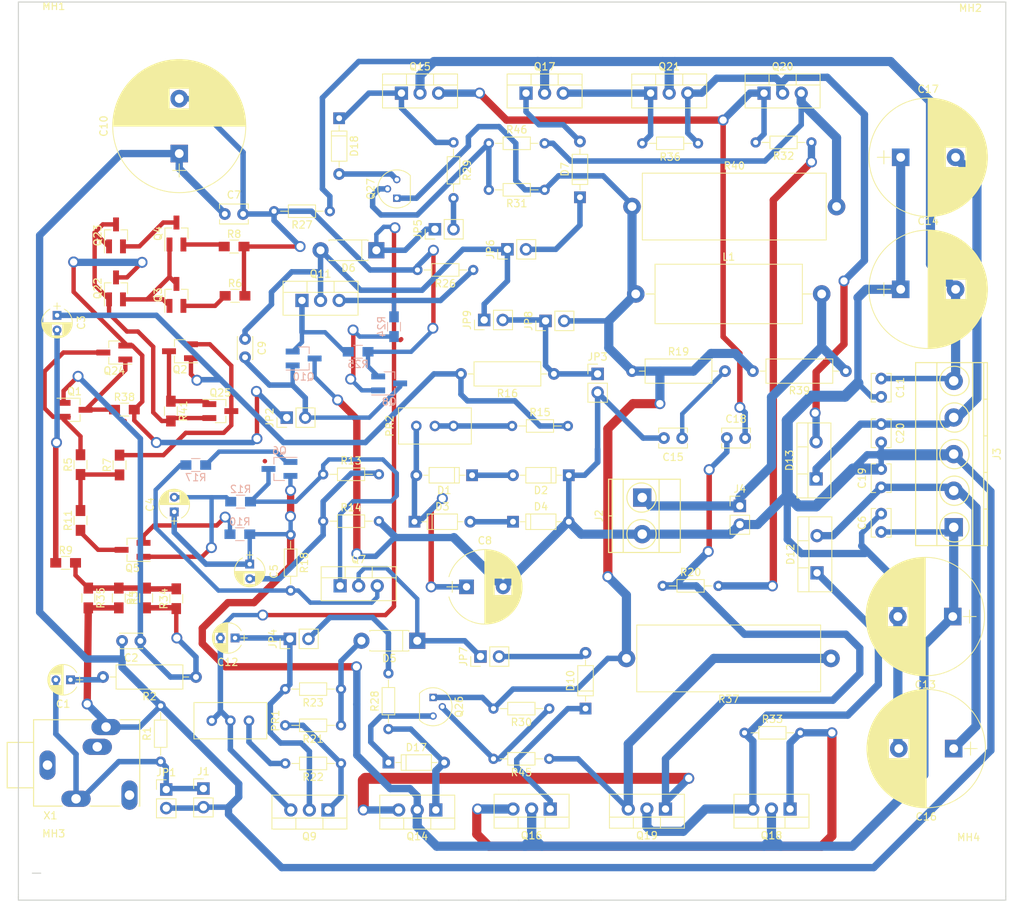
<source format=kicad_pcb>
(kicad_pcb (version 4) (host pcbnew 4.0.7)
  (layers (0 F.Cu mixed) (31 B.Cu mixed) (34 B.Paste user) (35 F.Paste user) (36 B.SilkS user) (37 F.SilkS user) (38 B.Mask user) (39 F.Mask user) (44 Edge.Cuts user))
  (net 0 "")
  (net 1 "Net-(C1-Pad1)")
  (net 2 "Net-(C1-Pad2)")
  (net 3 "Net-(C2-Pad1)")
  (net 4 GND)
  (net 5 "Net-(C3-Pad1)")
  (net 6 "Net-(C3-Pad2)")
  (net 7 "Net-(C4-Pad2)")
  (net 8 "Net-(C5-Pad2)")
  (net 9 "Net-(C10-Pad2)")
  (net 10 "Net-(C8-Pad1)")
  (net 11 "Net-(C9-Pad1)")
  (net 12 "Net-(C9-Pad2)")
  (net 13 "Net-(C12-Pad1)")
  (net 14 "Net-(C12-Pad2)")
  (net 15 "Net-(C15-Pad1)")
  (net 16 +VCC_15V)
  (net 17 VEE_-15V)
  (net 18 "Net-(C18-Pad1)")
  (net 19 "Net-(C18-Pad2)")
  (net 20 "Net-(D1-Pad1)")
  (net 21 "Net-(D3-Pad2)")
  (net 22 "Net-(D10-Pad2)")
  (net 23 "Net-(D5-Pad2)")
  (net 24 "Net-(D7-Pad2)")
  (net 25 "Net-(D10-Pad1)")
  (net 26 "Net-(D12-Pad1)")
  (net 27 "Net-(D13-Pad2)")
  (net 28 "Net-(D17-Pad1)")
  (net 29 "Net-(D17-Pad2)")
  (net 30 "Net-(D18-Pad1)")
  (net 31 "Net-(D18-Pad2)")
  (net 32 +VCC_40V)
  (net 33 VEE_-40V)
  (net 34 "Net-(J2-Pad1)")
  (net 35 "Net-(JP2-Pad1)")
  (net 36 "Net-(PR1-Pad1)")
  (net 37 "Net-(PR2-Pad2)")
  (net 38 "Net-(Q1-Pad2)")
  (net 39 "Net-(Q1-Pad3)")
  (net 40 "Net-(Q2-Pad2)")
  (net 41 "Net-(Q2-Pad3)")
  (net 42 "Net-(Q22-Pad2)")
  (net 43 "Net-(Q3-Pad2)")
  (net 44 "Net-(Q4-Pad2)")
  (net 45 "Net-(Q23-Pad2)")
  (net 46 "Net-(Q5-Pad2)")
  (net 47 "Net-(Q5-Pad3)")
  (net 48 "Net-(Q6-Pad1)")
  (net 49 "Net-(Q6-Pad3)")
  (net 50 "Net-(Q8-Pad1)")
  (net 51 "Net-(Q9-Pad1)")
  (net 52 "Net-(Q10-Pad2)")
  (net 53 "Net-(Q11-Pad3)")
  (net 54 "Net-(Q16-Pad3)")
  (net 55 "Net-(Q17-Pad3)")
  (net 56 "Net-(Q19-Pad3)")
  (net 57 "Net-(Q20-Pad3)")
  (net 58 "Net-(Q22-Pad1)")
  (net 59 "Net-(Q26-Pad2)")
  (net 60 "Net-(Q27-Pad2)")
  (net 61 "Net-(R3-Pad2)")
  (net 62 "Net-(R11-Pad2)")
  (net 63 "Net-(R20-Pad2)")
  (net 64 "Net-(D5-Pad1)")
  (net 65 "Net-(D7-Pad1)")
  (net 66 "Net-(JP4-Pad2)")
  (net 67 "Net-(JP5-Pad2)")
  (net 68 "Net-(JP8-Pad2)")
  (net 69 "Net-(JP3-Pad1)")
  (net 70 "Net-(Q7-Pad3)")
  (module Resistors_THT:R_Axial_DIN0204_L3.6mm_D1.6mm_P7.62mm_Horizontal (layer F.Cu) (at 90.1446 93.345 270)
    (fp_text reference R18 (at 3.81 -1.86 270) (layer F.SilkS))
    (fp_text value 33)
    (pad 1 thru_hole circle (at 0 0 270) (size 1.4 1.4) (drill 0.7) (layers *.Cu *.Mask) (net 32 +VCC_40V))
    (pad 2 thru_hole oval (at 7.62 0 270) (size 1.4 1.4) (drill 0.7) (layers *.Cu *.Mask) (net 70 "Net-(Q7-Pad3)"))
  )
  (module TO_SOT_Packages_SMD:SOT-23_Handsoldering (layer F.Cu) (at 80.5434 76.454)
    (fp_text reference Q25 (at 0 -2.5) (layer F.SilkS))
    (fp_text value BC846)
    (pad 1 smd rect (at -1.5 -0.95) (size 1.9 0.8) (layers F.Cu F.Paste F.Mask) (net 41 "Net-(Q2-Pad3)"))
    (pad 2 smd rect (at -1.5 0.95) (size 1.9 0.8) (layers F.Cu F.Paste F.Mask) (net 58 "Net-(Q22-Pad1)"))
    (pad 3 smd rect (at 1.5 0) (size 1.9 0.8) (layers F.Cu F.Paste F.Mask) (net 40 "Net-(Q2-Pad2)"))
  )
  (module Capacitors_THT:CP_Radial_D4.0mm_P2.00mm (layer F.Cu) (at 60.071 113.157 180)
    (fp_text reference C1 (at 1 -3.31 180) (layer F.SilkS))
    (fp_text value 47u)
    (pad 1 thru_hole rect (at 0 0 180) (size 1.2 1.2) (drill 0.6) (layers *.Cu *.Mask) (net 1 "Net-(C1-Pad1)"))
    (pad 2 thru_hole circle (at 2 0 180) (size 1.2 1.2) (drill 0.6) (layers *.Cu *.Mask) (net 2 "Net-(C1-Pad2)"))
  )
  (module Capacitors_THT:C_Disc_D3.0mm_W2.0mm_P2.50mm (layer F.Cu) (at 69.6214 107.8484 180)
    (fp_text reference C2 (at 1.25 -2.31 180) (layer F.SilkS))
    (fp_text value 0.3n)
    (pad 1 thru_hole circle (at 0 0 180) (size 1.6 1.6) (drill 0.8) (layers *.Cu *.Mask) (net 3 "Net-(C2-Pad1)"))
    (pad 2 thru_hole circle (at 2.5 0 180) (size 1.6 1.6) (drill 0.8) (layers *.Cu *.Mask) (net 4 GND))
  )
  (module Capacitors_THT:CP_Radial_D4.0mm_P2.00mm (layer F.Cu) (at 58.2422 63.373 270)
    (fp_text reference C3 (at 1 -3.31 270) (layer F.SilkS))
    (fp_text value 100u)
    (pad 1 thru_hole rect (at 0 0 270) (size 1.2 1.2) (drill 0.6) (layers *.Cu *.Mask) (net 5 "Net-(C3-Pad1)"))
    (pad 2 thru_hole circle (at 2 0 270) (size 1.2 1.2) (drill 0.6) (layers *.Cu *.Mask) (net 6 "Net-(C3-Pad2)"))
  )
  (module Capacitors_THT:CP_Radial_D4.0mm_P2.00mm (layer F.Cu) (at 74.2442 90.2208 90)
    (fp_text reference C4 (at 1 -3.31 90) (layer F.SilkS))
    (fp_text value 47u)
    (pad 1 thru_hole rect (at 0 0 90) (size 1.2 1.2) (drill 0.6) (layers *.Cu *.Mask) (net 32 +VCC_40V))
    (pad 2 thru_hole circle (at 2 0 90) (size 1.2 1.2) (drill 0.6) (layers *.Cu *.Mask) (net 7 "Net-(C4-Pad2)"))
  )
  (module Capacitors_THT:CP_Radial_D4.0mm_P2.00mm (layer F.Cu) (at 84.5566 97.3582 270)
    (fp_text reference C5 (at 1 -3.31 270) (layer F.SilkS))
    (fp_text value 47u)
    (pad 1 thru_hole rect (at 0 0 270) (size 1.2 1.2) (drill 0.6) (layers *.Cu *.Mask) (net 32 +VCC_40V))
    (pad 2 thru_hole circle (at 2 0 270) (size 1.2 1.2) (drill 0.6) (layers *.Cu *.Mask) (net 8 "Net-(C5-Pad2)"))
  )
  (module Capacitors_THT:C_Disc_D3.8mm_W2.6mm_P2.50mm (layer F.Cu) (at 170.815 92.964 90)
    (fp_text reference C6 (at 1.25 -2.61 90) (layer F.SilkS))
    (fp_text value 100n)
    (pad 1 thru_hole circle (at 0 0 90) (size 1.6 1.6) (drill 0.8) (layers *.Cu *.Mask) (net 32 +VCC_40V))
    (pad 2 thru_hole circle (at 2.5 0 90) (size 1.6 1.6) (drill 0.8) (layers *.Cu *.Mask) (net 4 GND))
  )
  (module Capacitors_THT:C_Disc_D3.8mm_W2.6mm_P2.50mm (layer F.Cu) (at 81.153 49.53)
    (fp_text reference C7 (at 1.25 -2.61) (layer F.SilkS))
    (fp_text value 100n)
    (pad 1 thru_hole circle (at 0 0) (size 1.6 1.6) (drill 0.8) (layers *.Cu *.Mask) (net 4 GND))
    (pad 2 thru_hole circle (at 2.5 0) (size 1.6 1.6) (drill 0.8) (layers *.Cu *.Mask) (net 9 "Net-(C10-Pad2)"))
  )
  (module Capacitors_THT:CP_Radial_D10.0mm_P5.00mm (layer F.Cu) (at 114.173 100.457)
    (fp_text reference C8 (at 2.5 -6.31) (layer F.SilkS))
    (fp_text value 1000u)
    (pad 1 thru_hole rect (at 0 0) (size 2 2) (drill 1) (layers *.Cu *.Mask) (net 10 "Net-(C8-Pad1)"))
    (pad 2 thru_hole circle (at 5 0) (size 2 2) (drill 1) (layers *.Cu *.Mask) (net 4 GND))
  )
  (module Capacitors_THT:C_Disc_D3.0mm_W2.0mm_P2.50mm (layer F.Cu) (at 83.9216 66.5988 270)
    (fp_text reference C9 (at 1.25 -2.31 270) (layer F.SilkS))
    (fp_text value 33p)
    (pad 1 thru_hole circle (at 0 0 270) (size 1.6 1.6) (drill 0.8) (layers *.Cu *.Mask) (net 11 "Net-(C9-Pad1)"))
    (pad 2 thru_hole circle (at 2.5 0 270) (size 1.6 1.6) (drill 0.8) (layers *.Cu *.Mask) (net 12 "Net-(C9-Pad2)"))
  )
  (module Capacitors_THT:CP_Radial_D18.0mm_P7.50mm (layer F.Cu) (at 74.93 41.275 90)
    (fp_text reference C10 (at 3.75 -10.31 90) (layer F.SilkS))
    (fp_text value 1000u)
    (pad 1 thru_hole rect (at 0 0 90) (size 2.4 2.4) (drill 1.2) (layers *.Cu *.Mask) (net 4 GND))
    (pad 2 thru_hole circle (at 7.5 0 90) (size 2.4 2.4) (drill 1.2) (layers *.Cu *.Mask) (net 9 "Net-(C10-Pad2)"))
  )
  (module Capacitors_THT:C_Disc_D3.8mm_W2.6mm_P2.50mm (layer F.Cu) (at 170.815 72.009 270)
    (fp_text reference C11 (at 1.25 -2.61 270) (layer F.SilkS))
    (fp_text value 100n)
    (pad 1 thru_hole circle (at 0 0 270) (size 1.6 1.6) (drill 0.8) (layers *.Cu *.Mask) (net 33 VEE_-40V))
    (pad 2 thru_hole circle (at 2.5 0 270) (size 1.6 1.6) (drill 0.8) (layers *.Cu *.Mask) (net 4 GND))
  )
  (module Capacitors_THT:CP_Radial_D4.0mm_P2.00mm (layer F.Cu) (at 82.55 107.442 180)
    (fp_text reference C12 (at 1 -3.31 180) (layer F.SilkS))
    (fp_text value 47u)
    (pad 1 thru_hole rect (at 0 0 180) (size 1.2 1.2) (drill 0.6) (layers *.Cu *.Mask) (net 13 "Net-(C12-Pad1)"))
    (pad 2 thru_hole circle (at 2 0 180) (size 1.2 1.2) (drill 0.6) (layers *.Cu *.Mask) (net 14 "Net-(C12-Pad2)"))
  )
  (module Capacitors_THT:CP_Radial_D16.0mm_P7.50mm (layer F.Cu) (at 180.594 104.521 180)
    (fp_text reference C13 (at 3.75 -9.31 180) (layer F.SilkS))
    (fp_text value 220u)
    (pad 1 thru_hole rect (at 0 0 180) (size 2.4 2.4) (drill 1.2) (layers *.Cu *.Mask) (net 32 +VCC_40V))
    (pad 2 thru_hole circle (at 7.5 0 180) (size 2.4 2.4) (drill 1.2) (layers *.Cu *.Mask) (net 4 GND))
  )
  (module Capacitors_THT:CP_Radial_D16.0mm_P7.50mm (layer F.Cu) (at 173.482 59.817)
    (fp_text reference C14 (at 3.75 -9.31) (layer F.SilkS))
    (fp_text value 220u)
    (pad 1 thru_hole rect (at 0 0) (size 2.4 2.4) (drill 1.2) (layers *.Cu *.Mask) (net 4 GND))
    (pad 2 thru_hole circle (at 7.5 0) (size 2.4 2.4) (drill 1.2) (layers *.Cu *.Mask) (net 33 VEE_-40V))
  )
  (module Capacitors_THT:C_Disc_D3.8mm_W2.6mm_P2.50mm (layer F.Cu) (at 143.637 80.137 180)
    (fp_text reference C15 (at 1.25 -2.61 180) (layer F.SilkS))
    (fp_text value 100n)
    (pad 1 thru_hole circle (at 0 0 180) (size 1.6 1.6) (drill 0.8) (layers *.Cu *.Mask) (net 15 "Net-(C15-Pad1)"))
    (pad 2 thru_hole circle (at 2.5 0 180) (size 1.6 1.6) (drill 0.8) (layers *.Cu *.Mask) (net 4 GND))
  )
  (module Capacitors_THT:CP_Radial_D16.0mm_P7.50mm (layer F.Cu) (at 180.721 122.555 180)
    (fp_text reference C16 (at 3.75 -9.31 180) (layer F.SilkS))
    (fp_text value 220u)
    (pad 1 thru_hole rect (at 0 0 180) (size 2.4 2.4) (drill 1.2) (layers *.Cu *.Mask) (net 16 +VCC_15V))
    (pad 2 thru_hole circle (at 7.5 0 180) (size 2.4 2.4) (drill 1.2) (layers *.Cu *.Mask) (net 4 GND))
  )
  (module Capacitors_THT:CP_Radial_D16.0mm_P7.50mm (layer F.Cu) (at 173.482 41.783)
    (fp_text reference C17 (at 3.75 -9.31) (layer F.SilkS))
    (fp_text value 220u)
    (pad 1 thru_hole rect (at 0 0) (size 2.4 2.4) (drill 1.2) (layers *.Cu *.Mask) (net 4 GND))
    (pad 2 thru_hole circle (at 7.5 0) (size 2.4 2.4) (drill 1.2) (layers *.Cu *.Mask) (net 17 VEE_-15V))
  )
  (module Capacitors_THT:C_Disc_D3.8mm_W2.6mm_P2.50mm (layer F.Cu) (at 149.733 80.137)
    (fp_text reference C18 (at 1.25 -2.61) (layer F.SilkS))
    (fp_text value 100n)
    (pad 1 thru_hole circle (at 0 0) (size 1.6 1.6) (drill 0.8) (layers *.Cu *.Mask) (net 18 "Net-(C18-Pad1)"))
    (pad 2 thru_hole circle (at 2.5 0) (size 1.6 1.6) (drill 0.8) (layers *.Cu *.Mask) (net 19 "Net-(C18-Pad2)"))
  )
  (module Capacitors_THT:C_Disc_D3.8mm_W2.6mm_P2.50mm (layer F.Cu) (at 170.815 86.868 90)
    (fp_text reference C19 (at 1.25 -2.61 90) (layer F.SilkS))
    (fp_text value 100n)
    (pad 1 thru_hole circle (at 0 0 90) (size 1.6 1.6) (drill 0.8) (layers *.Cu *.Mask) (net 16 +VCC_15V))
    (pad 2 thru_hole circle (at 2.5 0 90) (size 1.6 1.6) (drill 0.8) (layers *.Cu *.Mask) (net 4 GND))
  )
  (module Capacitors_THT:C_Disc_D3.8mm_W2.6mm_P2.50mm (layer F.Cu) (at 170.815 78.232 270)
    (fp_text reference C20 (at 1.25 -2.61 270) (layer F.SilkS))
    (fp_text value 100n)
    (pad 1 thru_hole circle (at 0 0 270) (size 1.6 1.6) (drill 0.8) (layers *.Cu *.Mask) (net 17 VEE_-15V))
    (pad 2 thru_hole circle (at 2.5 0 270) (size 1.6 1.6) (drill 0.8) (layers *.Cu *.Mask) (net 4 GND))
  )
  (module Diodes_THT:D_DO-35_SOD27_P7.62mm_Horizontal (layer F.Cu) (at 114.935 85.217 180)
    (fp_text reference D1 (at 3.81 -2.06 180) (layer F.SilkS))
    (fp_text value 1N4148)
    (pad 1 thru_hole rect (at 0 0 180) (size 1.6 1.6) (drill 0.8) (layers *.Cu *.Mask) (net 20 "Net-(D1-Pad1)"))
    (pad 2 thru_hole oval (at 7.62 0 180) (size 1.6 1.6) (drill 0.8) (layers *.Cu *.Mask) (net 10 "Net-(C8-Pad1)"))
  )
  (module Diodes_THT:D_DO-35_SOD27_P7.62mm_Horizontal (layer F.Cu) (at 128.143 85.217 180)
    (fp_text reference D2 (at 3.81 -2.06 180) (layer F.SilkS))
    (fp_text value 1N4148)
    (pad 1 thru_hole rect (at 0 0 180) (size 1.6 1.6) (drill 0.8) (layers *.Cu *.Mask) (net 4 GND))
    (pad 2 thru_hole oval (at 7.62 0 180) (size 1.6 1.6) (drill 0.8) (layers *.Cu *.Mask) (net 20 "Net-(D1-Pad1)"))
  )
  (module Diodes_THT:D_DO-35_SOD27_P7.62mm_Horizontal (layer F.Cu) (at 107.061 91.567)
    (fp_text reference D3 (at 3.81 -2.06) (layer F.SilkS))
    (fp_text value 1N4148)
    (pad 1 thru_hole rect (at 0 0) (size 1.6 1.6) (drill 0.8) (layers *.Cu *.Mask) (net 10 "Net-(C8-Pad1)"))
    (pad 2 thru_hole oval (at 7.62 0) (size 1.6 1.6) (drill 0.8) (layers *.Cu *.Mask) (net 21 "Net-(D3-Pad2)"))
  )
  (module Diodes_THT:D_DO-35_SOD27_P7.62mm_Horizontal (layer F.Cu) (at 120.523 91.567)
    (fp_text reference D4 (at 3.81 -2.06) (layer F.SilkS))
    (fp_text value 1N4148)
    (pad 1 thru_hole rect (at 0 0) (size 1.6 1.6) (drill 0.8) (layers *.Cu *.Mask) (net 21 "Net-(D3-Pad2)"))
    (pad 2 thru_hole oval (at 7.62 0) (size 1.6 1.6) (drill 0.8) (layers *.Cu *.Mask) (net 4 GND))
  )
  (module Diodes_THT:D_DO-41_SOD81_P7.62mm_Horizontal (layer F.Cu) (at 107.442 107.823 180)
    (fp_text reference D5 (at 3.81 -2.41 180) (layer F.SilkS))
    (fp_text value 1N4728)
    (pad 1 thru_hole rect (at 0 0 180) (size 2.2 2.2) (drill 1.1) (layers *.Cu *.Mask) (net 64 "Net-(D5-Pad1)"))
    (pad 2 thru_hole oval (at 7.62 0 180) (size 2.2 2.2) (drill 1.1) (layers *.Cu *.Mask) (net 23 "Net-(D5-Pad2)"))
  )
  (module Diodes_THT:D_DO-41_SOD81_P7.62mm_Horizontal (layer F.Cu) (at 101.854 54.483 180)
    (fp_text reference D6 (at 3.81 -2.41 180) (layer F.SilkS))
    (fp_text value 1N4728)
    (pad 1 thru_hole rect (at 0 0 180) (size 2.2 2.2) (drill 1.1) (layers *.Cu *.Mask) (net 14 "Net-(C12-Pad2)"))
    (pad 2 thru_hole oval (at 7.62 0 180) (size 2.2 2.2) (drill 1.1) (layers *.Cu *.Mask) (net 11 "Net-(C9-Pad1)"))
  )
  (module Diodes_THT:D_DO-35_SOD27_P7.62mm_Horizontal (layer F.Cu) (at 129.667 47.244 90)
    (fp_text reference D7 (at 3.81 -2.06 90) (layer F.SilkS))
    (fp_text value 1N4148)
    (pad 1 thru_hole rect (at 0 0 90) (size 1.6 1.6) (drill 0.8) (layers *.Cu *.Mask) (net 65 "Net-(D7-Pad1)"))
    (pad 2 thru_hole oval (at 7.62 0 90) (size 1.6 1.6) (drill 0.8) (layers *.Cu *.Mask) (net 24 "Net-(D7-Pad2)"))
  )
  (module Diodes_THT:D_DO-35_SOD27_P7.62mm_Horizontal (layer F.Cu) (at 130.429 117.094 90)
    (fp_text reference D10 (at 3.81 -2.06 90) (layer F.SilkS))
    (fp_text value 1N4148)
    (pad 1 thru_hole rect (at 0 0 90) (size 1.6 1.6) (drill 0.8) (layers *.Cu *.Mask) (net 25 "Net-(D10-Pad1)"))
    (pad 2 thru_hole oval (at 7.62 0 90) (size 1.6 1.6) (drill 0.8) (layers *.Cu *.Mask) (net 22 "Net-(D10-Pad2)"))
  )
  (module TO_SOT_Packages_THT:TO-220-2_Vertical (layer F.Cu) (at 162.052 98.552 90)
    (fp_text reference D12 (at 2.54 -3.62 90) (layer F.SilkS))
    (fp_text value MUR860)
    (pad 1 thru_hole rect (at 0 0 90) (size 1.8 1.8) (drill 1) (layers *.Cu *.Mask) (net 26 "Net-(D12-Pad1)"))
    (pad 2 thru_hole oval (at 5.08 0 90) (size 1.8 1.8) (drill 1) (layers *.Cu *.Mask) (net 16 +VCC_15V))
  )
  (module TO_SOT_Packages_THT:TO-220-2_Vertical (layer F.Cu) (at 161.925 85.725 90)
    (fp_text reference D13 (at 2.54 -3.62 90) (layer F.SilkS))
    (fp_text value MUR860)
    (pad 1 thru_hole rect (at 0 0 90) (size 1.8 1.8) (drill 1) (layers *.Cu *.Mask) (net 17 VEE_-15V))
    (pad 2 thru_hole oval (at 5.08 0 90) (size 1.8 1.8) (drill 1) (layers *.Cu *.Mask) (net 27 "Net-(D13-Pad2)"))
  )
  (module Diodes_THT:D_DO-35_SOD27_P7.62mm_Horizontal (layer F.Cu) (at 103.505 124.46)
    (fp_text reference D17 (at 3.81 -2.06) (layer F.SilkS))
    (fp_text value 1N4148)
    (pad 1 thru_hole rect (at 0 0) (size 1.6 1.6) (drill 0.8) (layers *.Cu *.Mask) (net 28 "Net-(D17-Pad1)"))
    (pad 2 thru_hole oval (at 7.62 0) (size 1.6 1.6) (drill 0.8) (layers *.Cu *.Mask) (net 29 "Net-(D17-Pad2)"))
  )
  (module Diodes_THT:D_DO-35_SOD27_P7.62mm_Horizontal (layer F.Cu) (at 96.774 36.449 270)
    (fp_text reference D18 (at 3.81 -2.06 270) (layer F.SilkS))
    (fp_text value 1N4148)
    (pad 1 thru_hole rect (at 0 0 270) (size 1.6 1.6) (drill 0.8) (layers *.Cu *.Mask) (net 30 "Net-(D18-Pad1)"))
    (pad 2 thru_hole oval (at 7.62 0 270) (size 1.6 1.6) (drill 0.8) (layers *.Cu *.Mask) (net 31 "Net-(D18-Pad2)"))
  )
  (module Pin_Headers:Pin_Header_Straight_1x02_Pitch2.54mm (layer F.Cu) (at 78.232 128.016)
    (fp_text reference J1 (at 0 -2.33) (layer F.SilkS))
    (fp_text value Conn_IN)
    (pad 1 thru_hole rect (at 0 0) (size 1.7 1.7) (drill 1) (layers *.Cu *.Mask) (net 2 "Net-(C1-Pad2)"))
    (pad 2 thru_hole oval (at 0 2.54) (size 1.7 1.7) (drill 1) (layers *.Cu *.Mask) (net 4 GND))
  )
  (module TerminalBlocks_Phoenix:TerminalBlock_Phoenix_MKDS1.5-2pol (layer F.Cu) (at 138.176 88.265 270)
    (fp_text reference J2 (at 2.5 5.9 270) (layer F.SilkS))
    (fp_text value LOAD_CONN)
    (pad 1 thru_hole rect (at 0 0 270) (size 2.5 2.5) (drill 1.3) (layers *.Cu *.Mask) (net 34 "Net-(J2-Pad1)"))
    (pad 2 thru_hole circle (at 5 0 270) (size 2.5 2.5) (drill 1.3) (layers *.Cu *.Mask) (net 4 GND))
  )
  (module TerminalBlocks_Phoenix:TerminalBlock_Phoenix_MKDS1.5-5pol (layer F.Cu) (at 180.721 92.329 90)
    (fp_text reference J3 (at 10 5.9 90) (layer F.SilkS))
    (fp_text value SUPPLY_CONN)
    (pad 5 thru_hole circle (at 20 0 90) (size 2.5 2.5) (drill 1.3) (layers *.Cu *.Mask) (net 33 VEE_-40V))
    (pad 4 thru_hole circle (at 15 0 90) (size 2.5 2.5) (drill 1.3) (layers *.Cu *.Mask) (net 17 VEE_-15V))
    (pad 3 thru_hole circle (at 10 0 90) (size 2.5 2.5) (drill 1.3) (layers *.Cu *.Mask) (net 4 GND))
    (pad 1 thru_hole rect (at 0 0 90) (size 2.5 2.5) (drill 1.3) (layers *.Cu *.Mask) (net 32 +VCC_40V))
    (pad 2 thru_hole circle (at 5 0 90) (size 2.5 2.5) (drill 1.3) (layers *.Cu *.Mask) (net 16 +VCC_15V))
  )
  (module Pin_Headers:Pin_Header_Straight_1x02_Pitch2.54mm (layer F.Cu) (at 73.152 128.143)
    (fp_text reference JP1 (at 0 -2.33) (layer F.SilkS))
    (fp_text value Jumper_NO_Small)
    (pad 1 thru_hole rect (at 0 0) (size 1.7 1.7) (drill 1) (layers *.Cu *.Mask) (net 2 "Net-(C1-Pad2)"))
    (pad 2 thru_hole oval (at 0 2.54) (size 1.7 1.7) (drill 1) (layers *.Cu *.Mask) (net 4 GND))
  )
  (module Pin_Headers:Pin_Header_Straight_1x02_Pitch2.54mm (layer F.Cu) (at 89.6112 77.343 90)
    (fp_text reference JP2 (at 0 -2.33 90) (layer F.SilkS))
    (fp_text value Diff_Stage_Jumper)
    (pad 1 thru_hole rect (at 0 0 90) (size 1.7 1.7) (drill 1) (layers *.Cu *.Mask) (net 35 "Net-(JP2-Pad1)"))
    (pad 2 thru_hole oval (at 0 2.54 90) (size 1.7 1.7) (drill 1) (layers *.Cu *.Mask) (net 12 "Net-(C9-Pad2)"))
  )
  (module Pin_Headers:Pin_Header_Straight_1x02_Pitch2.54mm (layer F.Cu) (at 132.08 71.374)
    (fp_text reference JP3 (at 0 -2.33) (layer F.SilkS))
    (fp_text value Jumper_Q2)
    (pad 1 thru_hole rect (at 0 0) (size 1.7 1.7) (drill 1) (layers *.Cu *.Mask) (net 69 "Net-(JP3-Pad1)"))
    (pad 2 thru_hole oval (at 0 2.54) (size 1.7 1.7) (drill 1) (layers *.Cu *.Mask) (net 4 GND))
  )
  (module Pin_Headers:Pin_Header_Straight_1x02_Pitch2.54mm (layer F.Cu) (at 90.043 107.569 90)
    (fp_text reference JP4 (at 0 -2.33 90) (layer F.SilkS))
    (fp_text value Low_Pos_Jumper)
    (pad 1 thru_hole rect (at 0 0 90) (size 1.7 1.7) (drill 1) (layers *.Cu *.Mask) (net 13 "Net-(C12-Pad1)"))
    (pad 2 thru_hole oval (at 0 2.54 90) (size 1.7 1.7) (drill 1) (layers *.Cu *.Mask) (net 66 "Net-(JP4-Pad2)"))
  )
  (module Potentiometers:Potentiometer_Trimmer_Suntan_TSR-3386C_Vertical (layer F.Cu) (at 84.455 118.745 270)
    (fp_text reference PR1 (at 0 -3.625 270) (layer F.SilkS))
    (fp_text value 1k)
    (pad 3 thru_hole circle (at 0 5.08 270) (size 1.44 1.44) (drill 0.8) (layers *.Cu *.Mask) (net 14 "Net-(C12-Pad2)"))
    (pad 2 thru_hole circle (at 0 2.54 270) (size 1.44 1.44) (drill 0.8) (layers *.Cu *.Mask) (net 14 "Net-(C12-Pad2)"))
    (pad 1 thru_hole circle (at 0 0 270) (size 1.44 1.44) (drill 0.8) (layers *.Cu *.Mask) (net 36 "Net-(PR1-Pad1)"))
  )
  (module Potentiometers:Potentiometer_Trimmer_Suntan_TSR-3386C_Vertical (layer F.Cu) (at 107.315 78.486 90)
    (fp_text reference PR2 (at 0 -3.625 90) (layer F.SilkS))
    (fp_text value 100)
    (pad 3 thru_hole circle (at 0 5.08 90) (size 1.44 1.44) (drill 0.8) (layers *.Cu *.Mask) (net 37 "Net-(PR2-Pad2)"))
    (pad 2 thru_hole circle (at 0 2.54 90) (size 1.44 1.44) (drill 0.8) (layers *.Cu *.Mask) (net 37 "Net-(PR2-Pad2)"))
    (pad 1 thru_hole circle (at 0 0 90) (size 1.44 1.44) (drill 0.8) (layers *.Cu *.Mask) (net 10 "Net-(C8-Pad1)"))
  )
  (module TO_SOT_Packages_SMD:SOT-23_Handsoldering (layer F.Cu) (at 60.6298 76.2762)
    (fp_text reference Q1 (at 0 -2.5) (layer F.SilkS))
    (fp_text value BC856)
    (pad 1 smd rect (at -1.5 -0.95) (size 1.9 0.8) (layers F.Cu F.Paste F.Mask) (net 3 "Net-(C2-Pad1)"))
    (pad 2 smd rect (at -1.5 0.95) (size 1.9 0.8) (layers F.Cu F.Paste F.Mask) (net 38 "Net-(Q1-Pad2)"))
    (pad 3 smd rect (at 1.5 0) (size 1.9 0.8) (layers F.Cu F.Paste F.Mask) (net 39 "Net-(Q1-Pad3)"))
  )
  (module TO_SOT_Packages_SMD:SOT-23_Handsoldering (layer F.Cu) (at 75.0316 68.2752 180)
    (fp_text reference Q2 (at 0 -2.5 180) (layer F.SilkS))
    (fp_text value BC856)
    (pad 1 smd rect (at -1.5 -0.95 180) (size 1.9 0.8) (layers F.Cu F.Paste F.Mask) (net 5 "Net-(C3-Pad1)"))
    (pad 2 smd rect (at -1.5 0.95 180) (size 1.9 0.8) (layers F.Cu F.Paste F.Mask) (net 40 "Net-(Q2-Pad2)"))
    (pad 3 smd rect (at 1.5 0 180) (size 1.9 0.8) (layers F.Cu F.Paste F.Mask) (net 41 "Net-(Q2-Pad3)"))
  )
  (module TO_SOT_Packages_SMD:SOT-23_Handsoldering (layer F.Cu) (at 74.549 60.579 90)
    (fp_text reference Q3 (at 0 -2.5 90) (layer F.SilkS))
    (fp_text value BC846)
    (pad 1 smd rect (at -1.5 -0.95 90) (size 1.9 0.8) (layers F.Cu F.Paste F.Mask) (net 42 "Net-(Q22-Pad2)"))
    (pad 2 smd rect (at -1.5 0.95 90) (size 1.9 0.8) (layers F.Cu F.Paste F.Mask) (net 43 "Net-(Q3-Pad2)"))
    (pad 3 smd rect (at 1.5 0 90) (size 1.9 0.8) (layers F.Cu F.Paste F.Mask) (net 42 "Net-(Q22-Pad2)"))
  )
  (module TO_SOT_Packages_SMD:SOT-23_Handsoldering (layer F.Cu) (at 74.549 52.197 90)
    (fp_text reference Q4 (at 0 -2.5 90) (layer F.SilkS))
    (fp_text value BC846)
    (pad 1 smd rect (at -1.5 -0.95 90) (size 1.9 0.8) (layers F.Cu F.Paste F.Mask) (net 42 "Net-(Q22-Pad2)"))
    (pad 2 smd rect (at -1.5 0.95 90) (size 1.9 0.8) (layers F.Cu F.Paste F.Mask) (net 44 "Net-(Q4-Pad2)"))
    (pad 3 smd rect (at 1.5 0 90) (size 1.9 0.8) (layers F.Cu F.Paste F.Mask) (net 45 "Net-(Q23-Pad2)"))
  )
  (module TO_SOT_Packages_SMD:SOT-23_Handsoldering (layer F.Cu) (at 68.5546 95.4024 180)
    (fp_text reference Q5 (at 0 -2.5 180) (layer F.SilkS))
    (fp_text value BC856)
    (pad 1 smd rect (at -1.5 -0.95 180) (size 1.9 0.8) (layers F.Cu F.Paste F.Mask) (net 7 "Net-(C4-Pad2)"))
    (pad 2 smd rect (at -1.5 0.95 180) (size 1.9 0.8) (layers F.Cu F.Paste F.Mask) (net 46 "Net-(Q5-Pad2)"))
    (pad 3 smd rect (at 1.5 0 180) (size 1.9 0.8) (layers F.Cu F.Paste F.Mask) (net 47 "Net-(Q5-Pad3)"))
  )
  (module TO_SOT_Packages_SMD:SOT-23_Handsoldering (layer B.Cu) (at 88.6206 84.3534 180)
    (fp_text reference Q6 (at 0 2.5 180) (layer B.SilkS) (effects (justify mirror)))
    (fp_text value BC856)
    (pad 1 smd rect (at -1.5 0.95 180) (size 1.9 0.8) (layers B.Cu B.Paste B.Mask) (net 48 "Net-(Q6-Pad1)"))
    (pad 2 smd rect (at -1.5 -0.95 180) (size 1.9 0.8) (layers B.Cu B.Paste B.Mask) (net 32 +VCC_40V))
    (pad 3 smd rect (at 1.5 0 180) (size 1.9 0.8) (layers B.Cu B.Paste B.Mask) (net 49 "Net-(Q6-Pad3)"))
  )
  (module TO_SOT_Packages_SMD:SOT-23_Handsoldering (layer B.Cu) (at 103.6066 72.6694)
    (fp_text reference Q8 (at 0 2.5) (layer B.SilkS) (effects (justify mirror)))
    (fp_text value BC846)
    (pad 1 smd rect (at -1.5 0.95) (size 1.9 0.8) (layers B.Cu B.Paste B.Mask) (net 50 "Net-(Q8-Pad1)"))
    (pad 2 smd rect (at -1.5 -0.95) (size 1.9 0.8) (layers B.Cu B.Paste B.Mask) (net 9 "Net-(C10-Pad2)"))
    (pad 3 smd rect (at 1.5 0) (size 1.9 0.8) (layers B.Cu B.Paste B.Mask) (net 12 "Net-(C9-Pad2)"))
  )
  (module TO_SOT_Packages_SMD:SOT-23_Handsoldering (layer B.Cu) (at 91.9226 69.2658)
    (fp_text reference Q10 (at 0 2.5) (layer B.SilkS) (effects (justify mirror)))
    (fp_text value BC846)
    (pad 1 smd rect (at -1.5 0.95) (size 1.9 0.8) (layers B.Cu B.Paste B.Mask) (net 12 "Net-(C9-Pad2)"))
    (pad 2 smd rect (at -1.5 -0.95) (size 1.9 0.8) (layers B.Cu B.Paste B.Mask) (net 52 "Net-(Q10-Pad2)"))
    (pad 3 smd rect (at 1.5 0) (size 1.9 0.8) (layers B.Cu B.Paste B.Mask) (net 4 GND))
  )
  (module TO_SOT_Packages_THT:TO-220-3_Vertical (layer F.Cu) (at 158.369 130.81 180)
    (fp_text reference Q18 (at 2.54 -3.62 180) (layer F.SilkS))
    (fp_text value 2SC5200)
    (pad 1 thru_hole rect (at 0 0 180) (size 1.8 1.8) (drill 1) (layers *.Cu *.Mask) (net 54 "Net-(Q16-Pad3)"))
    (pad 2 thru_hole oval (at 2.54 0 180) (size 1.8 1.8) (drill 1) (layers *.Cu *.Mask) (net 32 +VCC_40V))
    (pad 3 thru_hole oval (at 5.08 0 180) (size 1.8 1.8) (drill 1) (layers *.Cu *.Mask) (net 26 "Net-(D12-Pad1)"))
  )
  (module TO_SOT_Packages_THT:TO-220-3_Vertical (layer F.Cu) (at 141.351 130.81 180)
    (fp_text reference Q19 (at 2.54 -3.62 180) (layer F.SilkS))
    (fp_text value 2SC5200)
    (pad 1 thru_hole rect (at 0 0 180) (size 1.8 1.8) (drill 1) (layers *.Cu *.Mask) (net 18 "Net-(C18-Pad1)"))
    (pad 2 thru_hole oval (at 2.54 0 180) (size 1.8 1.8) (drill 1) (layers *.Cu *.Mask) (net 26 "Net-(D12-Pad1)"))
    (pad 3 thru_hole oval (at 5.08 0 180) (size 1.8 1.8) (drill 1) (layers *.Cu *.Mask) (net 56 "Net-(Q19-Pad3)"))
  )
  (module TO_SOT_Packages_THT:TO-220-3_Vertical (layer F.Cu) (at 154.813 33.02)
    (fp_text reference Q20 (at 2.54 -3.62) (layer F.SilkS))
    (fp_text value 2SA1943)
    (pad 1 thru_hole rect (at 0 0) (size 1.8 1.8) (drill 1) (layers *.Cu *.Mask) (net 19 "Net-(C18-Pad2)"))
    (pad 2 thru_hole oval (at 2.54 0) (size 1.8 1.8) (drill 1) (layers *.Cu *.Mask) (net 27 "Net-(D13-Pad2)"))
    (pad 3 thru_hole oval (at 5.08 0) (size 1.8 1.8) (drill 1) (layers *.Cu *.Mask) (net 57 "Net-(Q20-Pad3)"))
  )
  (module TO_SOT_Packages_THT:TO-220-3_Vertical (layer F.Cu) (at 139.319 33.02)
    (fp_text reference Q21 (at 2.54 -3.62) (layer F.SilkS))
    (fp_text value 2SA1943)
    (pad 1 thru_hole rect (at 0 0) (size 1.8 1.8) (drill 1) (layers *.Cu *.Mask) (net 55 "Net-(Q17-Pad3)"))
    (pad 2 thru_hole oval (at 2.54 0) (size 1.8 1.8) (drill 1) (layers *.Cu *.Mask) (net 33 VEE_-40V))
    (pad 3 thru_hole oval (at 5.08 0) (size 1.8 1.8) (drill 1) (layers *.Cu *.Mask) (net 27 "Net-(D13-Pad2)"))
  )
  (module TO_SOT_Packages_SMD:SOT-23_Handsoldering (layer F.Cu) (at 66.294 59.69 90)
    (fp_text reference Q22 (at 0 -2.5 90) (layer F.SilkS))
    (fp_text value BC846)
    (pad 1 smd rect (at -1.5 -0.95 90) (size 1.9 0.8) (layers F.Cu F.Paste F.Mask) (net 58 "Net-(Q22-Pad1)"))
    (pad 2 smd rect (at -1.5 0.95 90) (size 1.9 0.8) (layers F.Cu F.Paste F.Mask) (net 42 "Net-(Q22-Pad2)"))
    (pad 3 smd rect (at 1.5 0 90) (size 1.9 0.8) (layers F.Cu F.Paste F.Mask) (net 35 "Net-(JP2-Pad1)"))
  )
  (module TO_SOT_Packages_SMD:SOT-23_Handsoldering (layer F.Cu) (at 66.294 52.451 90)
    (fp_text reference Q23 (at 0 -2.5 90) (layer F.SilkS))
    (fp_text value BC846)
    (pad 1 smd rect (at -1.5 -0.95 90) (size 1.9 0.8) (layers F.Cu F.Paste F.Mask) (net 58 "Net-(Q22-Pad1)"))
    (pad 2 smd rect (at -1.5 0.95 90) (size 1.9 0.8) (layers F.Cu F.Paste F.Mask) (net 45 "Net-(Q23-Pad2)"))
    (pad 3 smd rect (at 1.5 0 90) (size 1.9 0.8) (layers F.Cu F.Paste F.Mask) (net 58 "Net-(Q22-Pad1)"))
  )
  (module TO_SOT_Packages_SMD:SOT-23_Handsoldering (layer F.Cu) (at 66.0654 68.453 180)
    (fp_text reference Q24 (at 0 -2.5 180) (layer F.SilkS))
    (fp_text value BC846)
    (pad 1 smd rect (at -1.5 -0.95 180) (size 1.9 0.8) (layers F.Cu F.Paste F.Mask) (net 39 "Net-(Q1-Pad3)"))
    (pad 2 smd rect (at -1.5 0.95 180) (size 1.9 0.8) (layers F.Cu F.Paste F.Mask) (net 35 "Net-(JP2-Pad1)"))
    (pad 3 smd rect (at 1.5 0 180) (size 1.9 0.8) (layers F.Cu F.Paste F.Mask) (net 38 "Net-(Q1-Pad2)"))
  )
  (module TO_SOT_Packages_THT:TO-92_Molded_Narrow (layer F.Cu) (at 109.601 115.57 270)
    (fp_text reference Q26 (at 1.27 -3.56 270) (layer F.SilkS))
    (fp_text value MPSA42)
    (pad 2 thru_hole circle (at 1.27 -1.27) (size 1 1) (drill 0.6) (layers *.Cu *.Mask) (net 59 "Net-(Q26-Pad2)"))
    (pad 3 thru_hole circle (at 2.54 0) (size 1 1) (drill 0.6) (layers *.Cu *.Mask) (net 28 "Net-(D17-Pad1)"))
    (pad 1 thru_hole rect (at 0 0) (size 1 1) (drill 0.6) (layers *.Cu *.Mask) (net 68 "Net-(JP8-Pad2)"))
  )
  (module TO_SOT_Packages_THT:TO-92_Molded_Narrow (layer F.Cu) (at 104.648 47.371 90)
    (fp_text reference Q27 (at 1.27 -3.56 90) (layer F.SilkS))
    (fp_text value MPSA92)
    (pad 2 thru_hole circle (at 1.27 -1.27 180) (size 1 1) (drill 0.6) (layers *.Cu *.Mask) (net 60 "Net-(Q27-Pad2)"))
    (pad 3 thru_hole circle (at 2.54 0 180) (size 1 1) (drill 0.6) (layers *.Cu *.Mask) (net 31 "Net-(D18-Pad2)"))
    (pad 1 thru_hole rect (at 0 0 180) (size 1 1) (drill 0.6) (layers *.Cu *.Mask) (net 68 "Net-(JP8-Pad2)"))
  )
  (module Resistors_THT:R_Axial_DIN0204_L3.6mm_D1.6mm_P7.62mm_Horizontal (layer F.Cu) (at 72.39 124.333 90)
    (fp_text reference R1 (at 3.81 -1.86 90) (layer F.SilkS))
    (fp_text value 100k)
    (pad 1 thru_hole circle (at 0 0 90) (size 1.4 1.4) (drill 0.7) (layers *.Cu *.Mask) (net 2 "Net-(C1-Pad2)"))
    (pad 2 thru_hole oval (at 7.62 0 90) (size 1.4 1.4) (drill 0.7) (layers *.Cu *.Mask) (net 4 GND))
  )
  (module Resistors_THT:R_Axial_DIN0309_L9.0mm_D3.2mm_P12.70mm_Horizontal (layer F.Cu) (at 77.216 112.776 180)
    (fp_text reference R2 (at 6.35 -2.66 180) (layer F.SilkS))
    (fp_text value 10)
    (pad 1 thru_hole circle (at 0 0 180) (size 1.6 1.6) (drill 0.8) (layers *.Cu *.Mask) (net 3 "Net-(C2-Pad1)"))
    (pad 2 thru_hole oval (at 12.7 0 180) (size 1.6 1.6) (drill 0.8) (layers *.Cu *.Mask) (net 1 "Net-(C1-Pad1)"))
  )
  (module Resistors_SMD:R_0805_HandSoldering (layer F.Cu) (at 61.4426 83.7692 90)
    (fp_text reference R5 (at 0 -1.7 90) (layer F.SilkS))
    (fp_text value 100)
    (pad 1 smd rect (at -1.35 0 90) (size 1.5 1.3) (layers F.Cu F.Paste F.Mask) (net 62 "Net-(R11-Pad2)"))
    (pad 2 smd rect (at 1.35 0 90) (size 1.5 1.3) (layers F.Cu F.Paste F.Mask) (net 38 "Net-(Q1-Pad2)"))
  )
  (module Resistors_SMD:R_0805_HandSoldering (layer F.Cu) (at 82.55 60.706)
    (fp_text reference R6 (at 0 -1.7) (layer F.SilkS))
    (fp_text value 68)
    (pad 1 smd rect (at -1.35 0) (size 1.5 1.3) (layers F.Cu F.Paste F.Mask) (net 43 "Net-(Q3-Pad2)"))
    (pad 2 smd rect (at 1.35 0) (size 1.5 1.3) (layers F.Cu F.Paste F.Mask) (net 9 "Net-(C10-Pad2)"))
  )
  (module Resistors_SMD:R_0805_HandSoldering (layer F.Cu) (at 66.7766 83.82 90)
    (fp_text reference R7 (at 0 -1.7 90) (layer F.SilkS))
    (fp_text value 100)
    (pad 1 smd rect (at -1.35 0 90) (size 1.5 1.3) (layers F.Cu F.Paste F.Mask) (net 62 "Net-(R11-Pad2)"))
    (pad 2 smd rect (at 1.35 0 90) (size 1.5 1.3) (layers F.Cu F.Paste F.Mask) (net 40 "Net-(Q2-Pad2)"))
  )
  (module Resistors_SMD:R_0805_HandSoldering (layer F.Cu) (at 82.423 53.975)
    (fp_text reference R8 (at 0 -1.7) (layer F.SilkS))
    (fp_text value 68)
    (pad 1 smd rect (at -1.35 0) (size 1.5 1.3) (layers F.Cu F.Paste F.Mask) (net 44 "Net-(Q4-Pad2)"))
    (pad 2 smd rect (at 1.35 0) (size 1.5 1.3) (layers F.Cu F.Paste F.Mask) (net 9 "Net-(C10-Pad2)"))
  )
  (module Resistors_SMD:R_0805_HandSoldering (layer F.Cu) (at 59.4106 97.1804)
    (fp_text reference R9 (at 0 -1.7) (layer F.SilkS))
    (fp_text value 100)
    (pad 1 smd rect (at -1.35 0) (size 1.5 1.3) (layers F.Cu F.Paste F.Mask) (net 6 "Net-(C3-Pad2)"))
    (pad 2 smd rect (at 1.35 0) (size 1.5 1.3) (layers F.Cu F.Paste F.Mask) (net 61 "Net-(R3-Pad2)"))
  )
  (module Resistors_SMD:R_0805_HandSoldering (layer B.Cu) (at 83.2104 93.2688 180)
    (fp_text reference R10 (at 0 1.7 180) (layer B.SilkS) (effects (justify mirror)))
    (fp_text value 100)
    (pad 1 smd rect (at -1.35 0 180) (size 1.5 1.3) (layers B.Cu B.Paste B.Mask) (net 32 +VCC_40V))
    (pad 2 smd rect (at 1.35 0 180) (size 1.5 1.3) (layers B.Cu B.Paste B.Mask) (net 46 "Net-(Q5-Pad2)"))
  )
  (module Resistors_SMD:R_0805_HandSoldering (layer F.Cu) (at 61.4426 91.3892 90)
    (fp_text reference R11 (at 0 -1.7 90) (layer F.SilkS))
    (fp_text value 2.2k)
    (pad 1 smd rect (at -1.35 0 90) (size 1.5 1.3) (layers F.Cu F.Paste F.Mask) (net 47 "Net-(Q5-Pad3)"))
    (pad 2 smd rect (at 1.35 0 90) (size 1.5 1.3) (layers F.Cu F.Paste F.Mask) (net 62 "Net-(R11-Pad2)"))
  )
  (module Resistors_SMD:R_0805_HandSoldering (layer B.Cu) (at 83.312 88.8238 180)
    (fp_text reference R12 (at 0 1.7 180) (layer B.SilkS) (effects (justify mirror)))
    (fp_text value 2.2k)
    (pad 1 smd rect (at -1.35 0 180) (size 1.5 1.3) (layers B.Cu B.Paste B.Mask) (net 49 "Net-(Q6-Pad3)"))
    (pad 2 smd rect (at 1.35 0 180) (size 1.5 1.3) (layers B.Cu B.Paste B.Mask) (net 7 "Net-(C4-Pad2)"))
  )
  (module Resistors_THT:R_Axial_DIN0204_L3.6mm_D1.6mm_P7.62mm_Horizontal (layer F.Cu) (at 94.5896 85.09)
    (fp_text reference R13 (at 3.81 -1.86) (layer F.SilkS))
    (fp_text value 10k)
    (pad 1 thru_hole circle (at 0 0) (size 1.4 1.4) (drill 0.7) (layers *.Cu *.Mask) (net 49 "Net-(Q6-Pad3)"))
    (pad 2 thru_hole oval (at 7.62 0) (size 1.4 1.4) (drill 0.7) (layers *.Cu *.Mask) (net 8 "Net-(C5-Pad2)"))
  )
  (module Resistors_THT:R_Axial_DIN0204_L3.6mm_D1.6mm_P7.62mm_Horizontal (layer F.Cu) (at 94.5896 91.4908)
    (fp_text reference R14 (at 3.81 -1.86) (layer F.SilkS))
    (fp_text value 10k)
    (pad 1 thru_hole circle (at 0 0) (size 1.4 1.4) (drill 0.7) (layers *.Cu *.Mask) (net 8 "Net-(C5-Pad2)"))
    (pad 2 thru_hole oval (at 7.62 0) (size 1.4 1.4) (drill 0.7) (layers *.Cu *.Mask) (net 4 GND))
  )
  (module Resistors_THT:R_Axial_DIN0204_L3.6mm_D1.6mm_P7.62mm_Horizontal (layer F.Cu) (at 120.396 78.486)
    (fp_text reference R15 (at 3.81 -1.86) (layer F.SilkS))
    (fp_text value 51)
    (pad 1 thru_hole circle (at 0 0) (size 1.4 1.4) (drill 0.7) (layers *.Cu *.Mask) (net 37 "Net-(PR2-Pad2)"))
    (pad 2 thru_hole oval (at 7.62 0) (size 1.4 1.4) (drill 0.7) (layers *.Cu *.Mask) (net 5 "Net-(C3-Pad1)"))
  )
  (module Resistors_THT:R_Axial_DIN0309_L9.0mm_D3.2mm_P12.70mm_Horizontal (layer F.Cu) (at 126.111 71.374 180)
    (fp_text reference R16 (at 6.35 -2.66 180) (layer F.SilkS))
    (fp_text value 2.2k)
    (pad 1 thru_hole circle (at 0 0 180) (size 1.6 1.6) (drill 0.8) (layers *.Cu *.Mask) (net 69 "Net-(JP3-Pad1)"))
    (pad 2 thru_hole oval (at 12.7 0 180) (size 1.6 1.6) (drill 0.8) (layers *.Cu *.Mask) (net 5 "Net-(C3-Pad1)"))
  )
  (module Resistors_SMD:R_0805_HandSoldering (layer B.Cu) (at 77.1906 83.82)
    (fp_text reference R17 (at 0 1.7) (layer B.SilkS) (effects (justify mirror)))
    (fp_text value 2.2k)
    (pad 1 smd rect (at -1.35 0) (size 1.5 1.3) (layers B.Cu B.Paste B.Mask) (net 70 "Net-(Q7-Pad3)"))
    (pad 2 smd rect (at 1.35 0) (size 1.5 1.3) (layers B.Cu B.Paste B.Mask) (net 48 "Net-(Q6-Pad1)"))
  )
  (module Resistors_THT:R_Axial_DIN0309_L9.0mm_D3.2mm_P12.70mm_Horizontal (layer F.Cu) (at 136.779 70.993)
    (fp_text reference R19 (at 6.35 -2.66) (layer F.SilkS))
    (fp_text value 10)
    (pad 1 thru_hole circle (at 0 0) (size 1.6 1.6) (drill 0.8) (layers *.Cu *.Mask) (net 68 "Net-(JP8-Pad2)"))
    (pad 2 thru_hole oval (at 12.7 0) (size 1.6 1.6) (drill 0.8) (layers *.Cu *.Mask) (net 15 "Net-(C15-Pad1)"))
  )
  (module Resistors_THT:R_Axial_DIN0204_L3.6mm_D1.6mm_P7.62mm_Horizontal (layer F.Cu) (at 140.97 100.33)
    (fp_text reference R20 (at 3.81 -1.86) (layer F.SilkS))
    (fp_text value 100)
    (pad 1 thru_hole circle (at 0 0) (size 1.4 1.4) (drill 0.7) (layers *.Cu *.Mask) (net 18 "Net-(C18-Pad1)"))
    (pad 2 thru_hole oval (at 7.62 0) (size 1.4 1.4) (drill 0.7) (layers *.Cu *.Mask) (net 63 "Net-(R20-Pad2)"))
  )
  (module Resistors_THT:R_Axial_DIN0204_L3.6mm_D1.6mm_P7.62mm_Horizontal (layer F.Cu) (at 97.028 119.38 180)
    (fp_text reference R21 (at 3.81 -1.86 180) (layer F.SilkS))
    (fp_text value 3.3k)
    (pad 1 thru_hole circle (at 0 0 180) (size 1.4 1.4) (drill 0.7) (layers *.Cu *.Mask) (net 23 "Net-(D5-Pad2)"))
    (pad 2 thru_hole oval (at 7.62 0 180) (size 1.4 1.4) (drill 0.7) (layers *.Cu *.Mask) (net 51 "Net-(Q9-Pad1)"))
  )
  (module Resistors_THT:R_Axial_DIN0204_L3.6mm_D1.6mm_P7.62mm_Horizontal (layer F.Cu) (at 97.028 124.587 180)
    (fp_text reference R22 (at 3.81 -1.86 180) (layer F.SilkS))
    (fp_text value 330)
    (pad 1 thru_hole circle (at 0 0 180) (size 1.4 1.4) (drill 0.7) (layers *.Cu *.Mask) (net 51 "Net-(Q9-Pad1)"))
    (pad 2 thru_hole oval (at 7.62 0 180) (size 1.4 1.4) (drill 0.7) (layers *.Cu *.Mask) (net 36 "Net-(PR1-Pad1)"))
  )
  (module Resistors_THT:R_Axial_DIN0204_L3.6mm_D1.6mm_P7.62mm_Horizontal (layer F.Cu) (at 97.028 114.427 180)
    (fp_text reference R23 (at 3.81 -1.86 180) (layer F.SilkS))
    (fp_text value 16)
    (pad 1 thru_hole circle (at 0 0 180) (size 1.4 1.4) (drill 0.7) (layers *.Cu *.Mask) (net 23 "Net-(D5-Pad2)"))
    (pad 2 thru_hole oval (at 7.62 0 180) (size 1.4 1.4) (drill 0.7) (layers *.Cu *.Mask) (net 13 "Net-(C12-Pad1)"))
  )
  (module Resistors_SMD:R_0805_HandSoldering (layer B.Cu) (at 104.267 64.9224 270)
    (fp_text reference R24 (at 0 1.7 270) (layer B.SilkS) (effects (justify mirror)))
    (fp_text value 2.2k)
    (pad 1 smd rect (at -1.35 0 270) (size 1.5 1.3) (layers B.Cu B.Paste B.Mask) (net 53 "Net-(Q11-Pad3)"))
    (pad 2 smd rect (at 1.35 0 270) (size 1.5 1.3) (layers B.Cu B.Paste B.Mask) (net 50 "Net-(Q8-Pad1)"))
  )
  (module Resistors_SMD:R_0805_HandSoldering (layer B.Cu) (at 99.3648 68.3514)
    (fp_text reference R25 (at 0 1.7) (layer B.SilkS) (effects (justify mirror)))
    (fp_text value 2.2k)
    (pad 1 smd rect (at -1.35 0) (size 1.5 1.3) (layers B.Cu B.Paste B.Mask) (net 52 "Net-(Q10-Pad2)"))
    (pad 2 smd rect (at 1.35 0) (size 1.5 1.3) (layers B.Cu B.Paste B.Mask) (net 9 "Net-(C10-Pad2)"))
  )
  (module Resistors_THT:R_Axial_DIN0204_L3.6mm_D1.6mm_P7.62mm_Horizontal (layer F.Cu) (at 115.0874 57.1754 180)
    (fp_text reference R26 (at 3.81 -1.86 180) (layer F.SilkS))
    (fp_text value 10)
    (pad 1 thru_hole circle (at 0 0 180) (size 1.4 1.4) (drill 0.7) (layers *.Cu *.Mask) (net 53 "Net-(Q11-Pad3)"))
    (pad 2 thru_hole oval (at 7.62 0 180) (size 1.4 1.4) (drill 0.7) (layers *.Cu *.Mask) (net 9 "Net-(C10-Pad2)"))
  )
  (module Resistors_THT:R_Axial_DIN0204_L3.6mm_D1.6mm_P7.62mm_Horizontal (layer F.Cu) (at 95.504 49.149 180)
    (fp_text reference R27 (at 3.81 -1.86 180) (layer F.SilkS))
    (fp_text value 10)
    (pad 1 thru_hole circle (at 0 0 180) (size 1.4 1.4) (drill 0.7) (layers *.Cu *.Mask) (net 33 VEE_-40V))
    (pad 2 thru_hole oval (at 7.62 0 180) (size 1.4 1.4) (drill 0.7) (layers *.Cu *.Mask) (net 9 "Net-(C10-Pad2)"))
  )
  (module Resistors_THT:R_Axial_DIN0204_L3.6mm_D1.6mm_P7.62mm_Horizontal (layer F.Cu) (at 103.505 119.888 90)
    (fp_text reference R28 (at 3.81 -1.86 90) (layer F.SilkS))
    (fp_text value 100)
    (pad 1 thru_hole circle (at 0 0 90) (size 1.4 1.4) (drill 0.7) (layers *.Cu *.Mask) (net 29 "Net-(D17-Pad2)"))
    (pad 2 thru_hole oval (at 7.62 0 90) (size 1.4 1.4) (drill 0.7) (layers *.Cu *.Mask) (net 66 "Net-(JP4-Pad2)"))
  )
  (module Resistors_THT:R_Axial_DIN0204_L3.6mm_D1.6mm_P7.62mm_Horizontal (layer F.Cu) (at 112.395 39.751 270)
    (fp_text reference R29 (at 3.81 -1.86 270) (layer F.SilkS))
    (fp_text value 100)
    (pad 1 thru_hole circle (at 0 0 270) (size 1.4 1.4) (drill 0.7) (layers *.Cu *.Mask) (net 30 "Net-(D18-Pad1)"))
    (pad 2 thru_hole oval (at 7.62 0 270) (size 1.4 1.4) (drill 0.7) (layers *.Cu *.Mask) (net 67 "Net-(JP5-Pad2)"))
  )
  (module Resistors_THT:R_Axial_DIN0204_L3.6mm_D1.6mm_P7.62mm_Horizontal (layer F.Cu) (at 125.476 117.094 180)
    (fp_text reference R30 (at 3.81 -1.86 180) (layer F.SilkS))
    (fp_text value 560)
    (pad 1 thru_hole circle (at 0 0 180) (size 1.4 1.4) (drill 0.7) (layers *.Cu *.Mask) (net 59 "Net-(Q26-Pad2)"))
    (pad 2 thru_hole oval (at 7.62 0 180) (size 1.4 1.4) (drill 0.7) (layers *.Cu *.Mask) (net 68 "Net-(JP8-Pad2)"))
  )
  (module Resistors_THT:R_Axial_DIN0204_L3.6mm_D1.6mm_P7.62mm_Horizontal (layer F.Cu) (at 124.841 46.228 180)
    (fp_text reference R31 (at 3.81 -1.86 180) (layer F.SilkS))
    (fp_text value 180)
    (pad 1 thru_hole circle (at 0 0 180) (size 1.4 1.4) (drill 0.7) (layers *.Cu *.Mask) (net 68 "Net-(JP8-Pad2)"))
    (pad 2 thru_hole oval (at 7.62 0 180) (size 1.4 1.4) (drill 0.7) (layers *.Cu *.Mask) (net 60 "Net-(Q27-Pad2)"))
  )
  (module Resistors_THT:R_Axial_DIN0204_L3.6mm_D1.6mm_P7.62mm_Horizontal (layer F.Cu) (at 161.29 39.751 180)
    (fp_text reference R32 (at 3.81 -1.86 180) (layer F.SilkS))
    (fp_text value 100)
    (pad 1 thru_hole circle (at 0 0 180) (size 1.4 1.4) (drill 0.7) (layers *.Cu *.Mask) (net 63 "Net-(R20-Pad2)"))
    (pad 2 thru_hole oval (at 7.62 0 180) (size 1.4 1.4) (drill 0.7) (layers *.Cu *.Mask) (net 19 "Net-(C18-Pad2)"))
  )
  (module Resistors_THT:R_Axial_DIN0204_L3.6mm_D1.6mm_P7.62mm_Horizontal (layer F.Cu) (at 152.146 120.396)
    (fp_text reference R33 (at 3.81 -1.86) (layer F.SilkS))
    (fp_text value 100)
    (pad 1 thru_hole circle (at 0 0) (size 1.4 1.4) (drill 0.7) (layers *.Cu *.Mask) (net 26 "Net-(D12-Pad1)"))
    (pad 2 thru_hole oval (at 7.62 0) (size 1.4 1.4) (drill 0.7) (layers *.Cu *.Mask) (net 54 "Net-(Q16-Pad3)"))
  )
  (module Resistors_THT:R_Axial_DIN0204_L3.6mm_D1.6mm_P7.62mm_Horizontal (layer F.Cu) (at 145.796 39.878 180)
    (fp_text reference R36 (at 3.81 -1.86 180) (layer F.SilkS))
    (fp_text value 100)
    (pad 1 thru_hole circle (at 0 0 180) (size 1.4 1.4) (drill 0.7) (layers *.Cu *.Mask) (net 27 "Net-(D13-Pad2)"))
    (pad 2 thru_hole oval (at 7.62 0 180) (size 1.4 1.4) (drill 0.7) (layers *.Cu *.Mask) (net 55 "Net-(Q17-Pad3)"))
  )
  (module Resistors_SMD:R_0805_HandSoldering (layer F.Cu) (at 67.437 76.2508)
    (fp_text reference R38 (at 0 -1.7) (layer F.SilkS))
    (fp_text value 2.2k)
    (pad 1 smd rect (at -1.35 0) (size 1.5 1.3) (layers F.Cu F.Paste F.Mask) (net 39 "Net-(Q1-Pad3)"))
    (pad 2 smd rect (at 1.35 0) (size 1.5 1.3) (layers F.Cu F.Paste F.Mask) (net 35 "Net-(JP2-Pad1)"))
  )
  (module Resistors_THT:R_Axial_DIN0309_L9.0mm_D3.2mm_P12.70mm_Horizontal (layer F.Cu) (at 165.989 70.993 180)
    (fp_text reference R39 (at 6.35 -2.66 180) (layer F.SilkS))
    (fp_text value 10)
    (pad 1 thru_hole circle (at 0 0 180) (size 1.6 1.6) (drill 0.8) (layers *.Cu *.Mask) (net 34 "Net-(J2-Pad1)"))
    (pad 2 thru_hole oval (at 12.7 0 180) (size 1.6 1.6) (drill 0.8) (layers *.Cu *.Mask) (net 68 "Net-(JP8-Pad2)"))
  )
  (module Resistors_SMD:R_0805_HandSoldering (layer F.Cu) (at 73.787 76.454 270)
    (fp_text reference R41 (at 0 -1.7 270) (layer F.SilkS))
    (fp_text value 2.2k)
    (pad 1 smd rect (at -1.35 0 270) (size 1.5 1.3) (layers F.Cu F.Paste F.Mask) (net 41 "Net-(Q2-Pad3)"))
    (pad 2 smd rect (at 1.35 0 270) (size 1.5 1.3) (layers F.Cu F.Paste F.Mask) (net 58 "Net-(Q22-Pad1)"))
  )
  (module Resistors_THT:R_Axial_DIN0204_L3.6mm_D1.6mm_P7.62mm_Horizontal (layer F.Cu) (at 125.476 123.952 180)
    (fp_text reference R45 (at 3.81 -1.86 180) (layer F.SilkS))
    (fp_text value 330)
    (pad 1 thru_hole circle (at 0 0 180) (size 1.4 1.4) (drill 0.7) (layers *.Cu *.Mask) (net 56 "Net-(Q19-Pad3)"))
    (pad 2 thru_hole oval (at 7.62 0 180) (size 1.4 1.4) (drill 0.7) (layers *.Cu *.Mask) (net 59 "Net-(Q26-Pad2)"))
  )
  (module Resistors_THT:R_Axial_DIN0204_L3.6mm_D1.6mm_P7.62mm_Horizontal (layer F.Cu) (at 117.221 39.878)
    (fp_text reference R46 (at 3.81 -1.86) (layer F.SilkS))
    (fp_text value 100)
    (pad 1 thru_hole circle (at 0 0) (size 1.4 1.4) (drill 0.7) (layers *.Cu *.Mask) (net 60 "Net-(Q27-Pad2)"))
    (pad 2 thru_hole oval (at 7.62 0) (size 1.4 1.4) (drill 0.7) (layers *.Cu *.Mask) (net 57 "Net-(Q20-Pad3)"))
  )
  (module Connectors:Stereo_Jack_3.5mm_Switch_Ledino_KB3SPRS (layer F.Cu) (at 60.833 129.413)
    (fp_text reference X1 (at -3.5 2.3) (layer F.SilkS))
    (fp_text value Jack_IN)
    (pad 1 thru_hole oval (at 0 0) (size 4 2.2) (drill 1.3) (layers *.Cu *.Mask) (net 2 "Net-(C1-Pad2)"))
    (pad 4 thru_hole oval (at 7.3 -0.5 90) (size 4 2.2) (drill 1.3) (layers *.Cu *.Mask))
    (pad 5 thru_hole oval (at 2.9 -7.1) (size 4 2.2) (drill 1.3) (layers *.Cu *.Mask))
    (pad 2 thru_hole oval (at 4.1 -9.8) (size 4 2.2) (drill 1.3) (layers *.Cu *.Mask) (net 4 GND))
    (pad 3 thru_hole oval (at -3.9 -4.6) (size 2.2 4) (drill 1.3) (layers *.Cu *.Mask))
  )
  (module Pin_Headers:Pin_Header_Straight_1x02_Pitch2.54mm (layer F.Cu) (at 151.511 89.408)
    (fp_text reference J4 (at 0 -2.33) (layer F.SilkS))
    (fp_text value CONN_OUT)
    (pad 1 thru_hole rect (at 0 0) (size 1.7 1.7) (drill 1) (layers *.Cu *.Mask) (net 34 "Net-(J2-Pad1)"))
    (pad 2 thru_hole oval (at 0 2.54) (size 1.7 1.7) (drill 1) (layers *.Cu *.Mask) (net 4 GND))
  )
  (module Pin_Headers:Pin_Header_Straight_1x02_Pitch2.54mm (layer F.Cu) (at 109.855 51.6128 90)
    (fp_text reference JP5 (at 0 -2.33 90) (layer F.SilkS))
    (fp_text value Low_Neg_Jumper)
    (pad 1 thru_hole rect (at 0 0 90) (size 1.7 1.7) (drill 1) (layers *.Cu *.Mask) (net 14 "Net-(C12-Pad2)"))
    (pad 2 thru_hole oval (at 0 2.54 90) (size 1.7 1.7) (drill 1) (layers *.Cu *.Mask) (net 67 "Net-(JP5-Pad2)"))
  )
  (module Pin_Headers:Pin_Header_Straight_1x02_Pitch2.54mm (layer F.Cu) (at 119.761 54.356 90)
    (fp_text reference JP6 (at 0 -2.33 90) (layer F.SilkS))
    (fp_text value High_Neg_Jumper)
    (pad 1 thru_hole rect (at 0 0 90) (size 1.7 1.7) (drill 1) (layers *.Cu *.Mask) (net 11 "Net-(C9-Pad1)"))
    (pad 2 thru_hole oval (at 0 2.54 90) (size 1.7 1.7) (drill 1) (layers *.Cu *.Mask) (net 65 "Net-(D7-Pad1)"))
  )
  (module Pin_Headers:Pin_Header_Straight_1x02_Pitch2.54mm (layer F.Cu) (at 116.078 109.982 90)
    (fp_text reference JP7 (at 0 -2.33 90) (layer F.SilkS))
    (fp_text value High_Pos_Jumper)
    (pad 1 thru_hole rect (at 0 0 90) (size 1.7 1.7) (drill 1) (layers *.Cu *.Mask) (net 64 "Net-(D5-Pad1)"))
    (pad 2 thru_hole oval (at 0 2.54 90) (size 1.7 1.7) (drill 1) (layers *.Cu *.Mask) (net 22 "Net-(D10-Pad2)"))
  )
  (module Inductors_THT:L_Axial_L20.0mm_D8.0mm_P25.40mm_Horizontal (layer F.Cu) (at 137.287 60.452)
    (fp_text reference L1 (at 12.7 -5.06) (layer F.SilkS))
    (fp_text value 1u)
    (pad 1 thru_hole circle (at 0 0) (size 2.4 2.4) (drill 1.2) (layers *.Cu *.Mask) (net 68 "Net-(JP8-Pad2)"))
    (pad 2 thru_hole oval (at 25.4 0) (size 2.4 2.4) (drill 1.2) (layers *.Cu *.Mask) (net 34 "Net-(J2-Pad1)"))
  )
  (module Resistors_SMD:R_0805_HandSoldering (layer F.Cu) (at 74.5236 102.0826 90)
    (fp_text reference R34 (at 0 -1.7 90) (layer F.SilkS))
    (fp_text value 2.2k)
    (pad 1 smd rect (at -1.35 0 90) (size 1.5 1.3) (layers F.Cu F.Paste F.Mask) (net 3 "Net-(C2-Pad1)"))
    (pad 2 smd rect (at 1.35 0 90) (size 1.5 1.3) (layers F.Cu F.Paste F.Mask) (net 61 "Net-(R3-Pad2)"))
  )
  (module Resistors_SMD:R_0805_HandSoldering (layer F.Cu) (at 62.5094 101.981 270)
    (fp_text reference R35 (at 0 -1.7 270) (layer F.SilkS))
    (fp_text value 2.2k)
    (pad 1 smd rect (at -1.35 0 270) (size 1.5 1.3) (layers F.Cu F.Paste F.Mask) (net 61 "Net-(R3-Pad2)"))
    (pad 2 smd rect (at 1.35 0 270) (size 1.5 1.3) (layers F.Cu F.Paste F.Mask) (net 4 GND))
  )
  (module Pin_Headers:Pin_Header_Straight_1x02_Pitch2.54mm (layer F.Cu) (at 124.968 64.135 90)
    (fp_text reference JP8 (at 0 -2.33 90) (layer F.SilkS))
    (fp_text value Jumper_Feedback)
    (pad 1 thru_hole rect (at 0 0 90) (size 1.7 1.7) (drill 1) (layers *.Cu *.Mask) (net 69 "Net-(JP3-Pad1)"))
    (pad 2 thru_hole oval (at 0 2.54 90) (size 1.7 1.7) (drill 1) (layers *.Cu *.Mask) (net 68 "Net-(JP8-Pad2)"))
  )
  (module TO_SOT_Packages_THT:TO-220-3_Vertical (layer F.Cu) (at 91.694 61.341)
    (fp_text reference Q11 (at 2.54 -3.62) (layer F.SilkS))
    (fp_text value 2SC4793)
    (pad 1 thru_hole rect (at 0 0) (size 1.8 1.8) (drill 1) (layers *.Cu *.Mask) (net 52 "Net-(Q10-Pad2)"))
    (pad 2 thru_hole oval (at 2.54 0) (size 1.8 1.8) (drill 1) (layers *.Cu *.Mask) (net 11 "Net-(C9-Pad1)"))
    (pad 3 thru_hole oval (at 5.08 0) (size 1.8 1.8) (drill 1) (layers *.Cu *.Mask) (net 53 "Net-(Q11-Pad3)"))
  )
  (module TO_SOT_Packages_THT:TO-220-3_Vertical (layer F.Cu) (at 109.982 130.937 180)
    (fp_text reference Q14 (at 2.54 -3.62 180) (layer F.SilkS))
    (fp_text value 2SC4793)
    (pad 1 thru_hole rect (at 0 0 180) (size 1.8 1.8) (drill 1) (layers *.Cu *.Mask) (net 29 "Net-(D17-Pad2)"))
    (pad 2 thru_hole oval (at 2.54 0 180) (size 1.8 1.8) (drill 1) (layers *.Cu *.Mask) (net 32 +VCC_40V))
    (pad 3 thru_hole oval (at 5.08 0 180) (size 1.8 1.8) (drill 1) (layers *.Cu *.Mask) (net 18 "Net-(C18-Pad1)"))
  )
  (module TO_SOT_Packages_THT:TO-220-3_Vertical (layer F.Cu) (at 105.283 33.02)
    (fp_text reference Q15 (at 2.54 -3.62) (layer F.SilkS))
    (fp_text value 2SA1837)
    (pad 1 thru_hole rect (at 0 0) (size 1.8 1.8) (drill 1) (layers *.Cu *.Mask) (net 30 "Net-(D18-Pad1)"))
    (pad 2 thru_hole oval (at 2.54 0) (size 1.8 1.8) (drill 1) (layers *.Cu *.Mask) (net 33 VEE_-40V))
    (pad 3 thru_hole oval (at 5.08 0) (size 1.8 1.8) (drill 1) (layers *.Cu *.Mask) (net 19 "Net-(C18-Pad2)"))
  )
  (module TO_SOT_Packages_THT:TO-220-3_Vertical (layer F.Cu) (at 125.603 130.81 180)
    (fp_text reference Q16 (at 2.54 -3.62 180) (layer F.SilkS))
    (fp_text value 2SC4793)
    (pad 1 thru_hole rect (at 0 0 180) (size 1.8 1.8) (drill 1) (layers *.Cu *.Mask) (net 25 "Net-(D10-Pad1)"))
    (pad 2 thru_hole oval (at 2.54 0 180) (size 1.8 1.8) (drill 1) (layers *.Cu *.Mask) (net 32 +VCC_40V))
    (pad 3 thru_hole oval (at 5.08 0 180) (size 1.8 1.8) (drill 1) (layers *.Cu *.Mask) (net 54 "Net-(Q16-Pad3)"))
  )
  (module TO_SOT_Packages_THT:TO-220-3_Vertical (layer F.Cu) (at 122.301 33.02)
    (fp_text reference Q17 (at 2.54 -3.62) (layer F.SilkS))
    (fp_text value 2SA1837)
    (pad 1 thru_hole rect (at 0 0) (size 1.8 1.8) (drill 1) (layers *.Cu *.Mask) (net 24 "Net-(D7-Pad2)"))
    (pad 2 thru_hole oval (at 2.54 0) (size 1.8 1.8) (drill 1) (layers *.Cu *.Mask) (net 33 VEE_-40V))
    (pad 3 thru_hole oval (at 5.08 0) (size 1.8 1.8) (drill 1) (layers *.Cu *.Mask) (net 55 "Net-(Q17-Pad3)"))
  )
  (module Resistors_SMD:R_0805_HandSoldering (layer F.Cu) (at 70.4088 101.981 90)
    (fp_text reference R3 (at 0 -1.7 90) (layer F.SilkS))
    (fp_text value 2.2k)
    (pad 1 smd rect (at -1.35 0 90) (size 1.5 1.3) (layers F.Cu F.Paste F.Mask) (net 3 "Net-(C2-Pad1)"))
    (pad 2 smd rect (at 1.35 0 90) (size 1.5 1.3) (layers F.Cu F.Paste F.Mask) (net 61 "Net-(R3-Pad2)"))
  )
  (module Resistors_SMD:R_0805_HandSoldering (layer F.Cu) (at 66.675 101.981 270)
    (fp_text reference R4 (at 0 -1.7 270) (layer F.SilkS))
    (fp_text value 2.2k)
    (pad 1 smd rect (at -1.35 0 270) (size 1.5 1.3) (layers F.Cu F.Paste F.Mask) (net 61 "Net-(R3-Pad2)"))
    (pad 2 smd rect (at 1.35 0 270) (size 1.5 1.3) (layers F.Cu F.Paste F.Mask) (net 4 GND))
  )
  (module Pin_Headers:Pin_Header_Straight_1x02_Pitch2.54mm (layer F.Cu) (at 116.586 64.008 90)
    (fp_text reference JP9 (at 0 -2.33 90) (layer F.SilkS))
    (fp_text value Jumper_2ndStage)
    (pad 1 thru_hole rect (at 0 0 90) (size 1.7 1.7) (drill 1) (layers *.Cu *.Mask) (net 11 "Net-(C9-Pad1)"))
    (pad 2 thru_hole oval (at 0 2.54 90) (size 1.7 1.7) (drill 1) (layers *.Cu *.Mask) (net 69 "Net-(JP3-Pad1)"))
  )
  (module Resistors_THT:R_Axial_Power_L25.0mm_W9.0mm_P27.94mm (layer F.Cu) (at 136.779 48.514)
    (fp_text reference R40 (at 13.97 -5.56) (layer F.SilkS))
    (fp_text value 0.22)
    (pad 1 thru_hole circle (at 0 0) (size 2.4 2.4) (drill 1.2) (layers *.Cu *.Mask) (net 68 "Net-(JP8-Pad2)"))
    (pad 2 thru_hole oval (at 27.94 0) (size 2.4 2.4) (drill 1.2) (layers *.Cu *.Mask) (net 57 "Net-(Q20-Pad3)"))
  )
  (module Resistors_THT:R_Axial_Power_L25.0mm_W9.0mm_P27.94mm (layer F.Cu) (at 163.957 110.236 180)
    (fp_text reference R37 (at 13.97 -5.56 180) (layer F.SilkS))
    (fp_text value 0.22)
    (pad 1 thru_hole circle (at 0 0 180) (size 2.4 2.4) (drill 1.2) (layers *.Cu *.Mask) (net 56 "Net-(Q19-Pad3)"))
    (pad 2 thru_hole oval (at 27.94 0 180) (size 2.4 2.4) (drill 1.2) (layers *.Cu *.Mask) (net 68 "Net-(JP8-Pad2)"))
  )
  (module TO_SOT_Packages_THT:TO-220-3_Vertical (layer F.Cu) (at 96.901 100.33)
    (fp_text reference Q7 (at 2.54 -3.62) (layer F.SilkS))
    (fp_text value 2SA1837)
    (pad 1 thru_hole rect (at 0 0) (size 1.8 1.8) (drill 1) (layers *.Cu *.Mask) (net 49 "Net-(Q6-Pad3)"))
    (pad 2 thru_hole oval (at 2.54 0) (size 1.8 1.8) (drill 1) (layers *.Cu *.Mask) (net 64 "Net-(D5-Pad1)"))
    (pad 3 thru_hole oval (at 5.08 0) (size 1.8 1.8) (drill 1) (layers *.Cu *.Mask) (net 70 "Net-(Q7-Pad3)"))
  )
  (module TO_SOT_Packages_THT:TO-220-3_Vertical (layer F.Cu) (at 95.25 130.937 180)
    (fp_text reference Q9 (at 2.54 -3.62 180) (layer F.SilkS))
    (fp_text value 2SC4793)
    (pad 1 thru_hole rect (at 0 0 180) (size 1.8 1.8) (drill 1) (layers *.Cu *.Mask) (net 51 "Net-(Q9-Pad1)"))
    (pad 2 thru_hole oval (at 2.54 0 180) (size 1.8 1.8) (drill 1) (layers *.Cu *.Mask) (net 13 "Net-(C12-Pad1)"))
    (pad 3 thru_hole oval (at 5.08 0 180) (size 1.8 1.8) (drill 1) (layers *.Cu *.Mask) (net 14 "Net-(C12-Pad2)"))
  )
  (module Mounting_Holes:MountingHole_3mm (layer F.Cu) (at 57.785 25.146)
    (fp_text reference MH1 (at 0 -4) (layer F.SilkS))
    (fp_text value MountingHole_3mm)
    (pad 1 np_thru_hole circle (at 0 0) (size 3 3) (drill 3) (layers *.Cu *.Mask))
  )
  (module Mounting_Holes:MountingHole_3mm (layer F.Cu) (at 183.007 25.4)
    (fp_text reference MH2 (at 0 -4) (layer F.SilkS))
    (fp_text value MountingHole_3mm)
    (pad 1 np_thru_hole circle (at 0 0) (size 3 3) (drill 3) (layers *.Cu *.Mask))
  )
  (module Mounting_Holes:MountingHole_3mm (layer F.Cu) (at 57.785 138.176)
    (fp_text reference MH3 (at 0 -4) (layer F.SilkS))
    (fp_text value MountingHole_3mm)
    (pad 1 np_thru_hole circle (at 0 0) (size 3 3) (drill 3) (layers *.Cu *.Mask))
  )
  (module Mounting_Holes:MountingHole_3mm (layer F.Cu) (at 182.753 138.684)
    (fp_text reference MH4 (at 0 -4) (layer F.SilkS))
    (fp_text value MountingHole_3mm)
    (pad 1 np_thru_hole circle (at 0 0) (size 3 3) (drill 3) (layers *.Cu *.Mask))
  )
  (gr_line (start 52.959 142.494) (end 52.959 143.002) (angle 90) (layer Edge.Cuts) (width 0.15))
  (gr_line (start 52.959 20.574) (end 52.959 142.494) (angle 90) (layer Edge.Cuts) (width 0.15))
  (gr_line (start 187.833 20.574) (end 52.959 20.574) (angle 90) (layer Edge.Cuts) (width 0.15))
  (gr_line (start 187.833 142.748) (end 187.833 20.574) (angle 90) (layer Edge.Cuts) (width 0.15))
  (gr_line (start 52.959 143.256) (end 52.959 142.748) (angle 90) (layer Edge.Cuts) (width 0.15))
  (gr_line (start 121.285 143.256) (end 52.959 143.256) (angle 90) (layer Edge.Cuts) (width 0.15))
  (gr_line (start 187.833 143.256) (end 187.833 142.748) (angle 90) (layer Edge.Cuts) (width 0.15))
  (gr_line (start 131.191 143.256) (end 187.833 143.256) (angle 90) (layer Edge.Cuts) (width 0.15))
  (gr_line (start 121.285 143.256) (end 131.191 143.256) (angle 90) (layer Edge.Cuts) (width 0.15))
  (gr_line (start 56.007 139.573) (end 54.864 139.573) (angle 90) (layer Edge.Cuts) (width 0.15))
  (segment (start 105.1306 66.755) (end 105.2576 66.628) (width 0.6) (layer F.Cu) (net 0))
  (segment (start 86.619 83.2828) (end 86.638 83.3018) (width 0.6) (layer F.Cu) (net 0))
  (segment (start 84.5604 93.2688) (end 84.5604 93.0618) (width 0.6) (layer F.Cu) (net 0))
  (segment (start 67.4878 77.804) (end 67.4878 77.978) (width 0.6) (layer F.Cu) (net 0))
  (segment (start 60.071 113.157) (end 64.135 113.157) (width 0.75) (layer B.Cu) (net 1))
  (segment (start 64.135 113.157) (end 64.516 112.776) (width 0.75) (layer B.Cu) (net 1))
  (segment (start 72.39 124.333) (end 66.675 124.333) (width 0.75) (layer B.Cu) (net 2))
  (segment (start 66.675 124.333) (end 61.595 129.413) (width 0.75) (layer B.Cu) (net 2))
  (segment (start 61.595 129.413) (end 60.833 129.413) (width 0.6) (layer B.Cu) (net 2))
  (segment (start 58.071 113.157) (end 58.071 120.555) (width 0.75) (layer B.Cu) (net 2))
  (segment (start 60.833 123.317) (end 60.833 129.413) (width 0.75) (layer B.Cu) (net 2))
  (segment (start 58.071 120.555) (end 60.833 123.317) (width 0.75) (layer B.Cu) (net 2))
  (segment (start 73.152 128.143) (end 73.152 125.095) (width 0.75) (layer B.Cu) (net 2))
  (segment (start 73.152 125.095) (end 72.39 124.333) (width 0.75) (layer B.Cu) (net 2))
  (segment (start 78.232 128.016) (end 73.279 128.016) (width 0.75) (layer B.Cu) (net 2))
  (segment (start 73.279 128.016) (end 73.152 128.143) (width 0.6) (layer B.Cu) (net 2))
  (segment (start 59.1298 75.3262) (end 59.1298 73.6868) (width 0.6) (layer F.Cu) (net 3))
  (segment (start 69.6214 80.2132) (end 69.6214 107.8484) (width 0.75) (layer B.Cu) (net 3))
  (segment (start 61.1124 71.7042) (end 69.6214 80.2132) (width 0.75) (layer B.Cu) (net 3))
  (via (at 61.1124 71.7042) (size 1.5) (drill 1) (layers F.Cu B.Cu) (net 3))
  (segment (start 59.1298 73.6868) (end 61.1124 71.7042) (width 0.6) (layer F.Cu) (net 3))
  (segment (start 69.6214 107.8484) (end 69.6214 108.6612) (width 0.75) (layer B.Cu) (net 3))
  (segment (start 73.7362 112.776) (end 77.216 112.776) (width 0.75) (layer B.Cu) (net 3))
  (segment (start 69.6214 108.6612) (end 73.7362 112.776) (width 0.75) (layer B.Cu) (net 3))
  (segment (start 74.5236 103.4326) (end 74.5236 107.3658) (width 0.6) (layer F.Cu) (net 3))
  (segment (start 77.216 110.0582) (end 77.216 112.776) (width 0.75) (layer B.Cu) (net 3))
  (segment (start 74.5998 107.442) (end 77.216 110.0582) (width 0.75) (layer B.Cu) (net 3))
  (via (at 74.5998 107.442) (size 1.5) (drill 1) (layers F.Cu B.Cu) (net 3))
  (segment (start 74.5236 107.3658) (end 74.5998 107.442) (width 0.6) (layer F.Cu) (net 3))
  (segment (start 70.4088 103.331) (end 74.3966 103.3056) (width 0.75) (layer F.Cu) (net 3))
  (segment (start 74.3966 103.3056) (end 74.5236 103.4326) (width 0.6) (layer F.Cu) (net 3))
  (segment (start 74.93 41.275) (end 74.93 43.307) (width 1) (layer B.Cu) (net 4))
  (segment (start 74.93 43.307) (end 81.153 49.53) (width 1) (layer B.Cu) (net 4))
  (segment (start 93.4226 69.2658) (end 93.4226 71.7818) (width 0.6) (layer B.Cu) (net 4))
  (segment (start 101.7524 96.2914) (end 104.417697 93.626103) (width 0.75) (layer B.Cu) (net 4))
  (segment (start 99.5426 96.2914) (end 101.7524 96.2914) (width 0.75) (layer B.Cu) (net 4))
  (segment (start 99.187 95.9358) (end 99.5426 96.2914) (width 0.6) (layer B.Cu) (net 4))
  (via (at 99.187 95.9358) (size 1.5) (drill 1) (layers F.Cu B.Cu) (net 4))
  (segment (start 99.187 77.5462) (end 99.187 95.9358) (width 1) (layer F.Cu) (net 4))
  (segment (start 96.5708 74.93) (end 99.187 77.5462) (width 1) (layer F.Cu) (net 4))
  (via (at 96.5708 74.93) (size 1.5) (drill 1) (layers F.Cu B.Cu) (net 4))
  (segment (start 93.4226 71.7818) (end 96.5708 74.93) (width 0.6) (layer B.Cu) (net 4))
  (segment (start 67.1214 110.3122) (end 62.2554 110.3122) (width 1) (layer B.Cu) (net 4))
  (segment (start 67.0306 41.275) (end 74.93 41.275) (width 1) (layer B.Cu) (net 4))
  (segment (start 55.8546 52.451) (end 67.0306 41.275) (width 1) (layer B.Cu) (net 4))
  (segment (start 55.8546 103.9114) (end 55.8546 52.451) (width 1) (layer B.Cu) (net 4))
  (segment (start 62.2554 110.3122) (end 55.8546 103.9114) (width 1) (layer B.Cu) (net 4))
  (segment (start 67.1214 107.8484) (end 67.1214 110.3122) (width 0.6) (layer B.Cu) (net 4))
  (segment (start 67.1214 110.3122) (end 67.1214 111.4444) (width 1) (layer B.Cu) (net 4))
  (segment (start 67.1214 111.4444) (end 72.39 116.713) (width 1) (layer B.Cu) (net 4))
  (segment (start 81.661 130.556) (end 81.661 131.5466) (width 1) (layer B.Cu) (net 4))
  (segment (start 185.801 87.409) (end 180.721 82.329) (width 1) (layer B.Cu) (net 4))
  (segment (start 185.801 122.809) (end 185.801 87.409) (width 1) (layer B.Cu) (net 4))
  (segment (start 169.799 138.811) (end 185.801 122.809) (width 1) (layer B.Cu) (net 4))
  (segment (start 88.9254 138.811) (end 169.799 138.811) (width 1) (layer B.Cu) (net 4))
  (segment (start 81.661 131.5466) (end 88.9254 138.811) (width 1) (layer B.Cu) (net 4))
  (segment (start 67.1214 107.8484) (end 67.1214 107.8884) (width 0.6) (layer B.Cu) (net 4))
  (segment (start 157.988 87.884) (end 157.988 93.98) (width 1) (layer B.Cu) (net 4))
  (segment (start 168.6306 95.9104) (end 168.91 95.631) (width 0.75) (layer B.Cu) (net 4))
  (segment (start 159.9184 95.9104) (end 168.6306 95.9104) (width 1) (layer B.Cu) (net 4))
  (segment (start 157.988 93.98) (end 159.9184 95.9104) (width 1) (layer B.Cu) (net 4))
  (segment (start 170.815 82.423) (end 168.91 82.423) (width 1) (layer B.Cu) (net 4))
  (segment (start 168.91 82.423) (end 166.965 84.368) (width 1) (layer B.Cu) (net 4))
  (segment (start 64.933 119.613) (end 64.933 119.035) (width 1) (layer B.Cu) (net 4))
  (segment (start 64.933 119.035) (end 62.357 116.459) (width 1) (layer B.Cu) (net 4))
  (segment (start 62.357 116.459) (end 62.5094 103.331) (width 1) (layer F.Cu) (net 4))
  (via (at 62.357 116.459) (size 1.5) (drill 1) (layers F.Cu B.Cu) (net 4))
  (segment (start 128.143 91.567) (end 128.143 85.217) (width 0.75) (layer B.Cu) (net 4))
  (segment (start 62.5094 103.331) (end 66.675 103.331) (width 0.75) (layer F.Cu) (net 4))
  (segment (start 141.137 80.137) (end 138.303 80.137) (width 0.75) (layer B.Cu) (net 4))
  (segment (start 138.303 80.137) (end 132.08 73.914) (width 0.75) (layer B.Cu) (net 4))
  (segment (start 72.39 116.713) (end 83.058 127.381) (width 1) (layer B.Cu) (net 4))
  (segment (start 83.058 127.381) (end 83.058 129.159) (width 1) (layer B.Cu) (net 4))
  (segment (start 83.058 129.159) (end 81.661 130.556) (width 1) (layer B.Cu) (net 4))
  (segment (start 81.661 130.556) (end 78.232 130.556) (width 0.75) (layer B.Cu) (net 4))
  (segment (start 151.511 91.948) (end 153.924 91.948) (width 1.25) (layer B.Cu) (net 4))
  (segment (start 153.924 91.948) (end 157.988 87.884) (width 1.25) (layer B.Cu) (net 4))
  (segment (start 170.815 84.368) (end 166.965 84.368) (width 1.5) (layer B.Cu) (net 4))
  (segment (start 166.965 84.368) (end 161.925 89.408) (width 1.5) (layer B.Cu) (net 4))
  (segment (start 159.512 89.408) (end 157.988 87.884) (width 1.5) (layer B.Cu) (net 4))
  (segment (start 161.925 89.408) (end 159.512 89.408) (width 1.5) (layer B.Cu) (net 4))
  (segment (start 165.862 74.422) (end 167.64 72.644) (width 1.5) (layer B.Cu) (net 4))
  (segment (start 157.988 87.884) (end 157.988 77.724) (width 1.5) (layer B.Cu) (net 4))
  (segment (start 157.988 77.724) (end 161.29 74.422) (width 1.5) (layer B.Cu) (net 4))
  (segment (start 161.29 74.422) (end 165.862 74.422) (width 1.5) (layer B.Cu) (net 4))
  (segment (start 64.933 119.613) (end 69.49 119.613) (width 0.75) (layer B.Cu) (net 4))
  (segment (start 69.49 119.613) (end 72.39 116.713) (width 0.75) (layer B.Cu) (net 4))
  (segment (start 73.152 130.683) (end 78.105 130.683) (width 0.75) (layer B.Cu) (net 4))
  (segment (start 78.105 130.683) (end 78.232 130.556) (width 0.8) (layer B.Cu) (net 4))
  (segment (start 128.143 91.567) (end 128.063 91.567) (width 0.8) (layer B.Cu) (net 4))
  (segment (start 128.063 91.567) (end 119.173 100.457) (width 1.25) (layer B.Cu) (net 4))
  (segment (start 102.2096 91.4908) (end 104.417697 93.626103) (width 1) (layer B.Cu) (net 4))
  (segment (start 104.417697 93.626103) (end 104.521 93.726) (width 1) (layer B.Cu) (net 4))
  (segment (start 104.521 93.726) (end 112.442 93.726) (width 1) (layer B.Cu) (net 4))
  (segment (start 112.442 93.726) (end 119.173 100.457) (width 1.25) (layer B.Cu) (net 4))
  (segment (start 138.176 93.265) (end 129.841 93.265) (width 1.25) (layer B.Cu) (net 4))
  (segment (start 129.841 93.265) (end 128.143 91.567) (width 1.25) (layer B.Cu) (net 4))
  (segment (start 138.176 93.265) (end 150.194 93.265) (width 1.25) (layer B.Cu) (net 4))
  (segment (start 150.194 93.265) (end 151.511 91.948) (width 1.25) (layer B.Cu) (net 4))
  (segment (start 128.143 85.217) (end 130.302 85.217) (width 0.75) (layer B.Cu) (net 4))
  (segment (start 130.302 85.217) (end 132.08 83.439) (width 0.75) (layer B.Cu) (net 4))
  (segment (start 132.08 81.661) (end 132.08 73.914) (width 0.75) (layer B.Cu) (net 4))
  (segment (start 132.08 83.439) (end 132.08 81.661) (width 0.8) (layer B.Cu) (net 4))
  (segment (start 173.094 104.521) (end 173.094 122.428) (width 1.25) (layer B.Cu) (net 4))
  (segment (start 173.094 122.428) (end 173.221 122.555) (width 0.8) (layer B.Cu) (net 4))
  (segment (start 173.094 104.521) (end 173.094 99.815) (width 1.25) (layer B.Cu) (net 4))
  (segment (start 173.094 99.815) (end 168.91 95.631) (width 1) (layer B.Cu) (net 4))
  (segment (start 168.148 93.131) (end 170.815 90.464) (width 0.75) (layer B.Cu) (net 4))
  (segment (start 168.91 95.631) (end 168.148 94.869) (width 1) (layer B.Cu) (net 4))
  (segment (start 168.148 94.869) (end 168.148 93.131) (width 0.75) (layer B.Cu) (net 4))
  (segment (start 170.815 82.423) (end 180.627 82.423) (width 1.5) (layer B.Cu) (net 4))
  (segment (start 180.627 82.423) (end 180.721 82.329) (width 0.8) (layer B.Cu) (net 4))
  (segment (start 170.815 80.732) (end 170.815 82.423) (width 0.75) (layer B.Cu) (net 4))
  (segment (start 170.815 82.423) (end 170.815 84.368) (width 0.75) (layer B.Cu) (net 4))
  (segment (start 170.815 74.509) (end 169.505 74.509) (width 0.75) (layer B.Cu) (net 4))
  (segment (start 169.505 74.509) (end 167.64 72.644) (width 0.75) (layer B.Cu) (net 4))
  (segment (start 168.783 59.817) (end 173.482 59.817) (width 1.25) (layer B.Cu) (net 4))
  (segment (start 167.64 60.96) (end 168.783 59.817) (width 1.25) (layer B.Cu) (net 4))
  (segment (start 167.64 72.644) (end 167.64 60.96) (width 1) (layer B.Cu) (net 4))
  (segment (start 173.482 59.817) (end 173.482 41.783) (width 1.25) (layer B.Cu) (net 4))
  (segment (start 109.728 71.374) (end 113.411 71.374) (width 0.75) (layer B.Cu) (net 5))
  (segment (start 80.5942 72.1614) (end 89.1794 80.7466) (width 0.75) (layer B.Cu) (net 5))
  (segment (start 89.1794 80.7466) (end 100.3554 80.7466) (width 0.75) (layer B.Cu) (net 5))
  (segment (start 100.3554 80.7466) (end 109.728 71.374) (width 0.75) (layer B.Cu) (net 5))
  (segment (start 76.5316 69.2252) (end 76.5316 71.4262) (width 0.6) (layer F.Cu) (net 5))
  (segment (start 77.4192 72.1614) (end 80.5942 72.1614) (width 0.75) (layer B.Cu) (net 5))
  (segment (start 77.343 72.2376) (end 77.4192 72.1614) (width 0.6) (layer B.Cu) (net 5))
  (via (at 77.343 72.2376) (size 1.5) (drill 1) (layers F.Cu B.Cu) (net 5))
  (segment (start 76.5316 71.4262) (end 77.343 72.2376) (width 0.6) (layer F.Cu) (net 5))
  (segment (start 58.2422 63.373) (end 71.8058 63.373) (width 0.75) (layer B.Cu) (net 5))
  (segment (start 71.8058 63.373) (end 80.5942 72.1614) (width 0.75) (layer B.Cu) (net 5))
  (segment (start 128.016 78.486) (end 124.206 78.486) (width 0.75) (layer B.Cu) (net 5))
  (segment (start 113.411 74.168) (end 113.411 71.374) (width 0.75) (layer B.Cu) (net 5))
  (segment (start 114.3 75.057) (end 113.411 74.168) (width 0.75) (layer B.Cu) (net 5))
  (segment (start 120.777 75.057) (end 114.3 75.057) (width 0.75) (layer B.Cu) (net 5))
  (segment (start 124.206 78.486) (end 120.777 75.057) (width 0.75) (layer B.Cu) (net 5))
  (segment (start 58.0606 97.1804) (end 58.0606 80.852) (width 0.75) (layer F.Cu) (net 6))
  (segment (start 58.2422 80.6704) (end 58.2422 65.373) (width 0.75) (layer B.Cu) (net 6))
  (segment (start 58.166 80.7466) (end 58.2422 80.6704) (width 0.6) (layer B.Cu) (net 6))
  (via (at 58.166 80.7466) (size 1.5) (drill 1) (layers F.Cu B.Cu) (net 6))
  (segment (start 58.0606 80.852) (end 58.166 80.7466) (width 0.6) (layer F.Cu) (net 6))
  (segment (start 70.0546 96.3524) (end 78.0694 96.3524) (width 0.6) (layer F.Cu) (net 7))
  (segment (start 79.3496 95.0722) (end 79.3496 88.2208) (width 0.6) (layer B.Cu) (net 7))
  (segment (start 79.3242 95.0976) (end 79.3496 95.0722) (width 0.6) (layer B.Cu) (net 7))
  (via (at 79.3242 95.0976) (size 1.5) (drill 1) (layers F.Cu B.Cu) (net 7))
  (segment (start 78.0694 96.3524) (end 79.3242 95.0976) (width 0.6) (layer F.Cu) (net 7))
  (segment (start 74.2442 88.2208) (end 79.3496 88.2208) (width 0.6) (layer B.Cu) (net 7))
  (segment (start 79.3496 88.2208) (end 81.359 88.2208) (width 0.6) (layer B.Cu) (net 7))
  (segment (start 81.359 88.2208) (end 81.962 88.8238) (width 0.6) (layer B.Cu) (net 7))
  (segment (start 94.5896 91.4908) (end 94.5896 88.7984) (width 0.75) (layer B.Cu) (net 8))
  (segment (start 98.4504 84.9376) (end 102.0572 84.9376) (width 0.75) (layer B.Cu) (net 8))
  (segment (start 94.5896 88.7984) (end 98.4504 84.9376) (width 0.75) (layer B.Cu) (net 8))
  (segment (start 102.0572 84.9376) (end 102.2096 85.09) (width 0.75) (layer B.Cu) (net 8))
  (segment (start 84.5566 99.3582) (end 88.6272 99.3582) (width 0.75) (layer B.Cu) (net 8))
  (segment (start 94.5896 93.3958) (end 94.5896 91.4908) (width 0.75) (layer B.Cu) (net 8))
  (segment (start 88.6272 99.3582) (end 94.5896 93.3958) (width 0.75) (layer B.Cu) (net 8))
  (segment (start 102.2096 85.09) (end 101.8286 85.09) (width 0.6) (layer B.Cu) (net 8))
  (segment (start 74.93 33.775) (end 76.32 33.775) (width 0.75) (layer B.Cu) (net 9))
  (segment (start 83.653 41.108) (end 83.653 49.53) (width 0.75) (layer B.Cu) (net 9))
  (segment (start 76.32 33.775) (end 83.653 41.108) (width 0.75) (layer B.Cu) (net 9))
  (segment (start 100.7148 68.3514) (end 106.6038 68.3514) (width 0.6) (layer B.Cu) (net 9))
  (segment (start 109.6518 54.483) (end 107.4674 56.6674) (width 0.75) (layer B.Cu) (net 9))
  (via (at 109.6518 54.483) (size 1.5) (drill 1) (layers F.Cu B.Cu) (net 9))
  (segment (start 109.6518 65.0494) (end 109.6518 54.483) (width 0.6) (layer F.Cu) (net 9))
  (segment (start 109.5756 65.1256) (end 109.6518 65.0494) (width 0.6) (layer F.Cu) (net 9))
  (via (at 109.5756 65.1256) (size 1.5) (drill 1) (layers F.Cu B.Cu) (net 9))
  (segment (start 109.5756 65.3796) (end 109.5756 65.1256) (width 0.6) (layer B.Cu) (net 9))
  (segment (start 106.6038 68.3514) (end 109.5756 65.3796) (width 0.6) (layer B.Cu) (net 9))
  (segment (start 107.4674 56.6674) (end 107.4674 57.1754) (width 0.75) (layer B.Cu) (net 9))
  (segment (start 100.7148 68.3514) (end 100.7148 70.3276) (width 0.6) (layer B.Cu) (net 9))
  (segment (start 100.7148 70.3276) (end 102.1066 71.7194) (width 0.6) (layer B.Cu) (net 9))
  (segment (start 87.884 49.149) (end 92.9894 49.149) (width 0.75) (layer B.Cu) (net 9))
  (segment (start 101.0158 57.1754) (end 107.4674 57.1754) (width 0.75) (layer B.Cu) (net 9))
  (segment (start 92.9894 49.149) (end 101.0158 57.1754) (width 0.75) (layer B.Cu) (net 9))
  (segment (start 87.884 49.149) (end 87.884 50.419) (width 0.75) (layer B.Cu) (net 9))
  (segment (start 91.44 53.975) (end 83.773 53.975) (width 0.6) (layer F.Cu) (net 9))
  (via (at 91.44 53.975) (size 1.5) (drill 1) (layers F.Cu B.Cu) (net 9))
  (segment (start 87.884 50.419) (end 91.44 53.975) (width 0.75) (layer B.Cu) (net 9))
  (segment (start 83.773 53.975) (end 83.773 60.579) (width 0.6) (layer F.Cu) (net 9))
  (segment (start 83.773 60.579) (end 83.9 60.706) (width 0.6) (layer F.Cu) (net 9))
  (segment (start 83.653 49.53) (end 87.503 49.53) (width 0.75) (layer B.Cu) (net 9))
  (segment (start 87.503 49.53) (end 87.884 49.149) (width 0.6) (layer B.Cu) (net 9))
  (segment (start 107.061 91.567) (end 107.696 91.567) (width 0.6) (layer B.Cu) (net 10))
  (segment (start 107.696 91.567) (end 110.871 88.392) (width 0.75) (layer B.Cu) (net 10))
  (segment (start 109.347 100.457) (end 114.173 100.457) (width 0.75) (layer B.Cu) (net 10))
  (via (at 109.347 100.457) (size 1.5) (drill 1) (layers F.Cu B.Cu) (net 10))
  (segment (start 109.347 89.916) (end 109.347 100.457) (width 0.75) (layer F.Cu) (net 10))
  (segment (start 110.871 88.392) (end 109.347 89.916) (width 0.75) (layer F.Cu) (net 10))
  (via (at 110.871 88.392) (size 1.5) (drill 1) (layers F.Cu B.Cu) (net 10))
  (segment (start 107.315 78.486) (end 107.315 85.217) (width 0.75) (layer B.Cu) (net 10))
  (segment (start 107.061 91.567) (end 107.061 85.471) (width 0.75) (layer B.Cu) (net 10))
  (segment (start 107.061 85.471) (end 107.315 85.217) (width 0.6) (layer B.Cu) (net 10))
  (segment (start 119.761 54.356) (end 113.6904 54.356) (width 0.75) (layer B.Cu) (net 11))
  (segment (start 99.695 59.944) (end 94.234 54.483) (width 0.75) (layer B.Cu) (net 11))
  (segment (start 108.1024 59.944) (end 99.695 59.944) (width 0.75) (layer B.Cu) (net 11))
  (segment (start 113.6904 54.356) (end 108.1024 59.944) (width 0.75) (layer B.Cu) (net 11))
  (segment (start 83.9216 66.5988) (end 83.9216 65.4812) (width 0.75) (layer B.Cu) (net 11))
  (segment (start 90.297 57.4294) (end 94.234 57.4294) (width 0.75) (layer B.Cu) (net 11))
  (segment (start 87.5284 60.198) (end 90.297 57.4294) (width 0.75) (layer B.Cu) (net 11))
  (segment (start 87.5284 61.8744) (end 87.5284 60.198) (width 0.75) (layer B.Cu) (net 11))
  (segment (start 83.9216 65.4812) (end 87.5284 61.8744) (width 0.75) (layer B.Cu) (net 11))
  (segment (start 94.234 54.483) (end 94.234 57.4294) (width 0.75) (layer B.Cu) (net 11))
  (segment (start 94.234 57.4294) (end 94.234 61.341) (width 0.75) (layer B.Cu) (net 11))
  (segment (start 116.586 64.008) (end 116.586 61.849) (width 0.75) (layer B.Cu) (net 11))
  (segment (start 119.761 58.674) (end 119.761 54.356) (width 0.75) (layer B.Cu) (net 11))
  (segment (start 116.586 61.849) (end 119.761 58.674) (width 0.75) (layer B.Cu) (net 11))
  (segment (start 105.1066 72.6694) (end 105.1066 73.1252) (width 0.6) (layer B.Cu) (net 12))
  (segment (start 100.8888 77.343) (end 92.1512 77.343) (width 0.6) (layer B.Cu) (net 12))
  (segment (start 105.1066 73.1252) (end 100.8888 77.343) (width 0.6) (layer B.Cu) (net 12))
  (segment (start 83.9216 69.0988) (end 83.9216 69.5706) (width 0.6) (layer B.Cu) (net 12))
  (segment (start 83.9216 69.5706) (end 87.249 72.898) (width 0.75) (layer B.Cu) (net 12))
  (segment (start 87.249 72.898) (end 90.4226 72.898) (width 0.75) (layer B.Cu) (net 12))
  (segment (start 90.4226 70.2158) (end 90.4226 72.898) (width 0.6) (layer B.Cu) (net 12))
  (segment (start 90.4226 72.898) (end 90.4226 72.922) (width 0.6) (layer B.Cu) (net 12))
  (segment (start 92.1512 74.6506) (end 92.1512 77.343) (width 0.75) (layer B.Cu) (net 12))
  (segment (start 90.4226 72.922) (end 92.1512 74.6506) (width 0.75) (layer B.Cu) (net 12))
  (segment (start 90.043 107.569) (end 90.043 113.792) (width 0.75) (layer B.Cu) (net 13))
  (segment (start 90.043 113.792) (end 89.408 114.427) (width 0.75) (layer B.Cu) (net 13))
  (segment (start 82.55 107.442) (end 89.916 107.442) (width 0.75) (layer B.Cu) (net 13))
  (segment (start 89.916 107.442) (end 90.043 107.569) (width 0.6) (layer B.Cu) (net 13))
  (segment (start 92.71 130.937) (end 92.71 122.936) (width 0.75) (layer B.Cu) (net 13))
  (segment (start 92.71 122.936) (end 91.567 121.793) (width 0.75) (layer B.Cu) (net 13))
  (segment (start 91.567 121.793) (end 88.773 121.793) (width 0.75) (layer B.Cu) (net 13))
  (segment (start 88.773 121.793) (end 87.376 120.396) (width 0.75) (layer B.Cu) (net 13))
  (segment (start 87.376 120.396) (end 87.376 116.459) (width 0.75) (layer B.Cu) (net 13))
  (segment (start 87.376 116.459) (end 89.408 114.427) (width 0.75) (layer B.Cu) (net 13))
  (segment (start 101.854 54.483) (end 105.791 54.483) (width 0.75) (layer B.Cu) (net 14))
  (segment (start 108.6612 51.6128) (end 109.855 51.6128) (width 0.75) (layer B.Cu) (net 14))
  (segment (start 105.791 54.483) (end 108.6612 51.6128) (width 0.75) (layer B.Cu) (net 14))
  (segment (start 104.2162 103.1494) (end 104.2162 103.2002) (width 0.6) (layer F.Cu) (net 14))
  (segment (start 101.854 52.2986) (end 102.87 51.2826) (width 0.6) (layer B.Cu) (net 14))
  (segment (start 102.87 51.2826) (end 104.267 51.2826) (width 0.6) (layer B.Cu) (net 14))
  (segment (start 104.267 51.2826) (end 104.394 51.4096) (width 0.6) (layer B.Cu) (net 14))
  (via (at 104.394 51.4096) (size 1.5) (drill 1) (layers F.Cu B.Cu) (net 14))
  (segment (start 104.394 51.4096) (end 104.267 51.5366) (width 0.6) (layer F.Cu) (net 14))
  (segment (start 104.267 51.5366) (end 104.267 103.0986) (width 0.6) (layer F.Cu) (net 14))
  (segment (start 104.267 103.0986) (end 104.2162 103.1494) (width 0.6) (layer F.Cu) (net 14))
  (segment (start 101.854 54.483) (end 101.854 52.2986) (width 0.6) (layer B.Cu) (net 14))
  (segment (start 80.55 106.0892) (end 80.55 107.442) (width 0.6) (layer B.Cu) (net 14))
  (segment (start 82.3214 104.3178) (end 80.55 106.0892) (width 0.6) (layer B.Cu) (net 14))
  (segment (start 86.3346 104.3178) (end 82.3214 104.3178) (width 0.6) (layer B.Cu) (net 14))
  (via (at 86.3346 104.3178) (size 1.5) (drill 1) (layers F.Cu B.Cu) (net 14))
  (segment (start 103.0986 104.3178) (end 86.3346 104.3178) (width 0.6) (layer F.Cu) (net 14))
  (segment (start 104.2162 103.2002) (end 103.0986 104.3178) (width 0.6) (layer F.Cu) (net 14))
  (segment (start 81.915 118.745) (end 81.915 122.682) (width 0.75) (layer B.Cu) (net 14))
  (segment (start 81.915 122.682) (end 90.17 130.937) (width 0.75) (layer B.Cu) (net 14))
  (segment (start 81.915 118.745) (end 80.55 117.38) (width 0.75) (layer B.Cu) (net 14))
  (segment (start 80.55 117.38) (end 80.55 117.57) (width 0.6) (layer B.Cu) (net 14))
  (segment (start 80.55 107.442) (end 80.55 117.57) (width 0.75) (layer B.Cu) (net 14))
  (segment (start 80.55 117.57) (end 79.375 118.745) (width 0.75) (layer B.Cu) (net 14))
  (segment (start 143.637 80.137) (end 143.637 76.835) (width 0.6) (layer B.Cu) (net 15))
  (segment (start 143.637 76.835) (end 149.479 70.993) (width 0.6) (layer B.Cu) (net 15))
  (segment (start 143.637 80.137) (end 143.891 80.137) (width 0.6) (layer B.Cu) (net 15))
  (segment (start 180.721 87.329) (end 181.436 87.329) (width 0.8) (layer B.Cu) (net 16))
  (segment (start 181.436 87.329) (end 183.769 89.662) (width 1.25) (layer B.Cu) (net 16))
  (segment (start 183.769 119.507) (end 180.721 122.555) (width 1.25) (layer B.Cu) (net 16))
  (segment (start 183.769 89.662) (end 183.769 119.507) (width 1.25) (layer B.Cu) (net 16))
  (segment (start 162.052 93.472) (end 164.211 93.472) (width 1) (layer B.Cu) (net 16))
  (segment (start 164.211 93.472) (end 170.815 86.868) (width 1) (layer B.Cu) (net 16))
  (segment (start 170.815 86.868) (end 180.26 86.868) (width 1) (layer B.Cu) (net 16))
  (segment (start 180.26 86.868) (end 180.721 87.329) (width 0.8) (layer B.Cu) (net 16))
  (segment (start 161.925 85.725) (end 161.925 84.328) (width 1) (layer B.Cu) (net 17))
  (segment (start 168.021 78.232) (end 170.815 78.232) (width 1) (layer B.Cu) (net 17))
  (segment (start 161.925 84.328) (end 168.021 78.232) (width 1) (layer B.Cu) (net 17))
  (segment (start 180.721 77.329) (end 181.243 77.329) (width 0.8) (layer B.Cu) (net 17))
  (segment (start 181.243 77.329) (end 183.896 74.676) (width 1.25) (layer B.Cu) (net 17))
  (segment (start 183.896 74.676) (end 183.896 44.697) (width 1.25) (layer B.Cu) (net 17))
  (segment (start 183.896 44.697) (end 180.982 41.783) (width 1.25) (layer B.Cu) (net 17))
  (segment (start 170.815 78.232) (end 179.818 78.232) (width 1) (layer B.Cu) (net 17))
  (segment (start 179.818 78.232) (end 180.721 77.329) (width 0.8) (layer B.Cu) (net 17))
  (segment (start 100.076 126.873) (end 100.076 130.937) (width 1.5) (layer F.Cu) (net 18))
  (segment (start 100.076 126.873) (end 100.33 126.619) (width 0.6) (layer F.Cu) (net 18))
  (segment (start 100.33 126.619) (end 144.526 126.619) (width 1.5) (layer F.Cu) (net 18))
  (via (at 144.526 126.619) (size 1.5) (drill 1) (layers F.Cu B.Cu) (net 18))
  (segment (start 144.526 126.619) (end 141.351 129.794) (width 1) (layer B.Cu) (net 18))
  (segment (start 141.351 130.81) (end 141.351 129.794) (width 0.6) (layer B.Cu) (net 18))
  (segment (start 100.076 130.937) (end 104.902 130.937) (width 1) (layer B.Cu) (net 18))
  (via (at 100.076 130.937) (size 1.5) (drill 1) (layers F.Cu B.Cu) (net 18))
  (segment (start 104.902 130.937) (end 104.14 130.937) (width 0.6) (layer B.Cu) (net 18))
  (segment (start 140.97 100.33) (end 142.494 100.33) (width 0.6) (layer B.Cu) (net 18))
  (segment (start 149.733 82.042) (end 149.733 80.137) (width 0.75) (layer B.Cu) (net 18))
  (segment (start 147.32 84.455) (end 149.733 82.042) (width 0.75) (layer B.Cu) (net 18))
  (via (at 147.32 84.455) (size 1.5) (drill 1) (layers F.Cu B.Cu) (net 18))
  (segment (start 147.32 95.504) (end 147.32 84.455) (width 0.75) (layer F.Cu) (net 18))
  (segment (start 147.193 95.631) (end 147.32 95.504) (width 0.6) (layer F.Cu) (net 18))
  (via (at 147.193 95.631) (size 1.5) (drill 1) (layers F.Cu B.Cu) (net 18))
  (segment (start 142.494 100.33) (end 147.193 95.631) (width 1) (layer B.Cu) (net 18))
  (segment (start 140.97 100.33) (end 145.542 100.33) (width 1) (layer B.Cu) (net 18))
  (segment (start 141.351 123.952) (end 141.351 130.81) (width 1) (layer B.Cu) (net 18))
  (segment (start 149.352 115.951) (end 141.351 123.952) (width 1) (layer B.Cu) (net 18))
  (segment (start 164.211 115.951) (end 149.352 115.951) (width 1) (layer B.Cu) (net 18))
  (segment (start 167.894 112.268) (end 164.211 115.951) (width 1) (layer B.Cu) (net 18))
  (segment (start 167.894 108.839) (end 167.894 112.268) (width 1) (layer B.Cu) (net 18))
  (segment (start 165.989 106.934) (end 167.894 108.839) (width 1) (layer B.Cu) (net 18))
  (segment (start 152.146 106.934) (end 165.989 106.934) (width 1) (layer B.Cu) (net 18))
  (segment (start 145.542 100.33) (end 152.146 106.934) (width 1) (layer B.Cu) (net 18))
  (segment (start 149.225 36.703) (end 149.225 66.294) (width 0.75) (layer F.Cu) (net 19))
  (segment (start 152.233 76.668) (end 152.233 80.137) (width 0.75) (layer B.Cu) (net 19))
  (segment (start 151.511 75.946) (end 152.233 76.668) (width 0.75) (layer B.Cu) (net 19))
  (via (at 151.511 75.946) (size 1.5) (drill 1) (layers F.Cu B.Cu) (net 19))
  (segment (start 151.511 68.58) (end 151.511 75.946) (width 0.75) (layer F.Cu) (net 19))
  (segment (start 149.225 66.294) (end 151.511 68.58) (width 0.75) (layer F.Cu) (net 19))
  (segment (start 110.363 33.02) (end 115.951 33.02) (width 1) (layer B.Cu) (net 19))
  (segment (start 152.908 33.02) (end 154.813 33.02) (width 1) (layer B.Cu) (net 19))
  (segment (start 149.225 36.703) (end 152.908 33.02) (width 1) (layer B.Cu) (net 19))
  (via (at 149.225 36.703) (size 1.5) (drill 1) (layers F.Cu B.Cu) (net 19))
  (segment (start 119.634 36.703) (end 149.225 36.703) (width 1) (layer F.Cu) (net 19))
  (segment (start 115.951 33.02) (end 119.634 36.703) (width 1) (layer F.Cu) (net 19))
  (via (at 115.951 33.02) (size 1.5) (drill 1) (layers F.Cu B.Cu) (net 19))
  (segment (start 154.813 33.02) (end 154.813 38.608) (width 0.75) (layer B.Cu) (net 19))
  (segment (start 154.813 38.608) (end 153.67 39.751) (width 0.75) (layer B.Cu) (net 19))
  (segment (start 114.935 85.217) (end 120.523 85.217) (width 0.75) (layer B.Cu) (net 20))
  (segment (start 114.681 91.567) (end 120.523 91.567) (width 0.75) (layer B.Cu) (net 21))
  (segment (start 118.618 109.982) (end 129.921 109.982) (width 0.75) (layer B.Cu) (net 22))
  (segment (start 129.921 109.982) (end 130.429 109.474) (width 0.6) (layer B.Cu) (net 22))
  (segment (start 97.028 114.427) (end 97.028 110.617) (width 0.75) (layer B.Cu) (net 23))
  (segment (start 97.028 110.617) (end 99.822 107.823) (width 0.75) (layer B.Cu) (net 23))
  (segment (start 97.028 114.427) (end 97.028 119.38) (width 0.75) (layer B.Cu) (net 23))
  (segment (start 122.301 33.02) (end 122.301 35.56) (width 0.75) (layer B.Cu) (net 24))
  (segment (start 127.381 37.338) (end 129.667 39.624) (width 0.75) (layer B.Cu) (net 24))
  (segment (start 124.079 37.338) (end 127.381 37.338) (width 0.75) (layer B.Cu) (net 24))
  (segment (start 122.301 35.56) (end 124.079 37.338) (width 0.75) (layer B.Cu) (net 24))
  (segment (start 125.603 130.81) (end 125.603 129.667) (width 0.75) (layer B.Cu) (net 25))
  (segment (start 128.016 117.094) (end 130.429 117.094) (width 0.75) (layer B.Cu) (net 25))
  (segment (start 121.031 124.079) (end 128.016 117.094) (width 0.75) (layer B.Cu) (net 25))
  (segment (start 121.031 125.095) (end 121.031 124.079) (width 0.75) (layer B.Cu) (net 25))
  (segment (start 125.603 129.667) (end 121.031 125.095) (width 0.75) (layer B.Cu) (net 25))
  (segment (start 153.289 130.81) (end 146.812 130.81) (width 1.25) (layer B.Cu) (net 26))
  (segment (start 138.811 133.223) (end 138.811 130.81) (width 1.25) (layer B.Cu) (net 26))
  (segment (start 139.446 133.858) (end 138.811 133.223) (width 1.25) (layer B.Cu) (net 26))
  (segment (start 143.764 133.858) (end 139.446 133.858) (width 1.25) (layer B.Cu) (net 26))
  (segment (start 146.812 130.81) (end 143.764 133.858) (width 1.25) (layer B.Cu) (net 26))
  (segment (start 152.146 120.396) (end 152.781 120.396) (width 0.6) (layer B.Cu) (net 26))
  (segment (start 152.781 120.396) (end 155.194 117.983) (width 1) (layer B.Cu) (net 26))
  (segment (start 170.434 106.934) (end 162.052 98.552) (width 1) (layer B.Cu) (net 26))
  (segment (start 170.434 113.792) (end 170.434 106.934) (width 1) (layer B.Cu) (net 26))
  (segment (start 166.243 117.983) (end 170.434 113.792) (width 1) (layer B.Cu) (net 26))
  (segment (start 155.194 117.983) (end 166.243 117.983) (width 1) (layer B.Cu) (net 26))
  (segment (start 162.052 98.552) (end 162.052 99.187) (width 0.6) (layer B.Cu) (net 26))
  (segment (start 153.289 130.81) (end 153.289 121.539) (width 1) (layer B.Cu) (net 26))
  (segment (start 153.289 121.539) (end 152.146 120.396) (width 1) (layer B.Cu) (net 26))
  (segment (start 165.735 67.31) (end 161.925 71.12) (width 1) (layer F.Cu) (net 27))
  (segment (start 161.925 76.835) (end 161.925 80.645) (width 1) (layer B.Cu) (net 27))
  (segment (start 161.798 76.708) (end 161.925 76.835) (width 0.6) (layer B.Cu) (net 27))
  (via (at 161.798 76.708) (size 1.5) (drill 1) (layers F.Cu B.Cu) (net 27))
  (segment (start 161.925 76.581) (end 161.798 76.708) (width 0.6) (layer F.Cu) (net 27))
  (segment (start 161.925 71.12) (end 161.925 76.581) (width 1) (layer F.Cu) (net 27))
  (segment (start 157.353 33.02) (end 157.353 31.496) (width 0.6) (layer B.Cu) (net 27))
  (segment (start 165.735 58.674) (end 165.735 67.31) (width 1) (layer F.Cu) (net 27))
  (segment (start 165.735 67.31) (end 165.735 67.437) (width 0.6) (layer F.Cu) (net 27))
  (via (at 165.735 58.674) (size 1.5) (drill 1) (layers F.Cu B.Cu) (net 27))
  (segment (start 168.529 55.88) (end 165.735 58.674) (width 1) (layer B.Cu) (net 27))
  (segment (start 168.529 35.941) (end 168.529 55.88) (width 1) (layer B.Cu) (net 27))
  (segment (start 163.449 30.861) (end 168.529 35.941) (width 1) (layer B.Cu) (net 27))
  (segment (start 157.988 30.861) (end 163.449 30.861) (width 1) (layer B.Cu) (net 27))
  (segment (start 157.353 31.496) (end 157.988 30.861) (width 1) (layer B.Cu) (net 27))
  (segment (start 144.399 33.02) (end 144.399 38.481) (width 0.75) (layer B.Cu) (net 27))
  (segment (start 144.399 38.481) (end 145.796 39.878) (width 0.75) (layer B.Cu) (net 27))
  (segment (start 144.399 33.02) (end 146.304 33.02) (width 1) (layer B.Cu) (net 27))
  (segment (start 156.972 31.496) (end 156.972 32.639) (width 1) (layer B.Cu) (net 27))
  (segment (start 156.464 30.988) (end 156.972 31.496) (width 1) (layer B.Cu) (net 27))
  (segment (start 148.336 30.988) (end 156.464 30.988) (width 1) (layer B.Cu) (net 27))
  (segment (start 146.304 33.02) (end 148.336 30.988) (width 1) (layer B.Cu) (net 27))
  (segment (start 156.972 32.639) (end 157.353 33.02) (width 0.6) (layer B.Cu) (net 27))
  (segment (start 103.505 124.46) (end 103.505 124.079) (width 0.6) (layer B.Cu) (net 28))
  (segment (start 103.505 124.079) (end 101.092 121.666) (width 0.75) (layer B.Cu) (net 28))
  (segment (start 101.092 121.666) (end 101.092 119.507) (width 0.75) (layer B.Cu) (net 28))
  (segment (start 101.092 119.507) (end 102.489 118.11) (width 0.75) (layer B.Cu) (net 28))
  (segment (start 102.489 118.11) (end 109.601 118.11) (width 0.75) (layer B.Cu) (net 28))
  (segment (start 103.505 119.888) (end 106.553 119.888) (width 0.75) (layer B.Cu) (net 29))
  (segment (start 106.553 119.888) (end 111.125 124.46) (width 0.75) (layer B.Cu) (net 29))
  (segment (start 109.982 130.937) (end 109.982 125.603) (width 1) (layer B.Cu) (net 29))
  (segment (start 109.982 125.603) (end 111.125 124.46) (width 1) (layer B.Cu) (net 29))
  (segment (start 105.283 33.02) (end 105.283 35.052) (width 0.75) (layer B.Cu) (net 30))
  (segment (start 109.982 39.751) (end 112.395 39.751) (width 0.75) (layer B.Cu) (net 30))
  (segment (start 105.283 35.052) (end 109.982 39.751) (width 0.75) (layer B.Cu) (net 30))
  (segment (start 96.774 36.449) (end 97.409 36.449) (width 0.6) (layer B.Cu) (net 30))
  (segment (start 97.409 36.449) (end 100.838 33.02) (width 0.75) (layer B.Cu) (net 30))
  (segment (start 100.838 33.02) (end 105.283 33.02) (width 0.75) (layer B.Cu) (net 30))
  (segment (start 96.774 44.069) (end 103.886 44.069) (width 0.75) (layer B.Cu) (net 31))
  (segment (start 103.886 44.069) (end 104.648 44.831) (width 0.75) (layer B.Cu) (net 31))
  (segment (start 123.063 130.81) (end 123.063 134.493) (width 1.25) (layer B.Cu) (net 32))
  (segment (start 123.063 134.493) (end 124.46 135.89) (width 1.25) (layer B.Cu) (net 32))
  (segment (start 123.063 130.81) (end 123.063 134.874) (width 1.25) (layer B.Cu) (net 32))
  (segment (start 123.063 134.874) (end 122.047 135.89) (width 1.25) (layer B.Cu) (net 32))
  (segment (start 155.829 134.239) (end 155.829 134.874) (width 1.25) (layer B.Cu) (net 32))
  (segment (start 155.829 134.874) (end 154.813 135.89) (width 1.25) (layer B.Cu) (net 32))
  (segment (start 155.829 130.81) (end 155.829 134.239) (width 1.25) (layer B.Cu) (net 32))
  (segment (start 155.829 134.239) (end 155.829 134.62) (width 1.25) (layer B.Cu) (net 32))
  (segment (start 155.829 134.62) (end 157.099 135.89) (width 1.25) (layer B.Cu) (net 32))
  (segment (start 107.442 130.937) (end 107.442 133.223) (width 1.25) (layer B.Cu) (net 32))
  (segment (start 176.657 108.458) (end 180.594 104.521) (width 1.25) (layer B.Cu) (net 32))
  (segment (start 166.878 135.89) (end 176.657 126.111) (width 1.25) (layer B.Cu) (net 32))
  (segment (start 176.657 126.111) (end 176.657 108.458) (width 1.25) (layer B.Cu) (net 32))
  (segment (start 110.109 135.89) (end 122.047 135.89) (width 1.25) (layer B.Cu) (net 32))
  (segment (start 122.047 135.89) (end 122.301 135.89) (width 1.25) (layer B.Cu) (net 32))
  (segment (start 122.301 135.89) (end 124.46 135.89) (width 1.25) (layer B.Cu) (net 32))
  (segment (start 124.46 135.89) (end 154.813 135.89) (width 1.25) (layer B.Cu) (net 32))
  (segment (start 154.813 135.89) (end 157.099 135.89) (width 1.25) (layer B.Cu) (net 32))
  (segment (start 157.099 135.89) (end 166.878 135.89) (width 1.25) (layer B.Cu) (net 32))
  (segment (start 107.442 133.223) (end 110.109 135.89) (width 1.25) (layer B.Cu) (net 32))
  (segment (start 90.1446 93.345) (end 90.1446 97.6122) (width 1) (layer F.Cu) (net 32))
  (segment (start 90.1446 97.6122) (end 85.1408 102.616) (width 1) (layer F.Cu) (net 32))
  (segment (start 85.1408 102.616) (end 81.5848 102.616) (width 1) (layer F.Cu) (net 32))
  (segment (start 81.5848 102.616) (end 78.0796 106.1212) (width 1) (layer F.Cu) (net 32))
  (segment (start 78.0796 106.1212) (end 78.0796 108.204) (width 1) (layer F.Cu) (net 32))
  (segment (start 78.0796 108.204) (end 81.2546 111.379) (width 1) (layer F.Cu) (net 32))
  (segment (start 81.2546 111.379) (end 99.1362 111.379) (width 1) (layer F.Cu) (net 32))
  (via (at 99.1362 111.379) (size 1.5) (drill 1) (layers F.Cu B.Cu) (net 32))
  (segment (start 99.1362 111.379) (end 99.187 111.4298) (width 0.6) (layer B.Cu) (net 32))
  (segment (start 99.187 111.4298) (end 99.187 116.5098) (width 1) (layer B.Cu) (net 32))
  (segment (start 90.1446 93.345) (end 90.1446 90.8558) (width 0.6) (layer B.Cu) (net 32))
  (segment (start 90.1206 87.2758) (end 90.1206 85.3034) (width 0.6) (layer B.Cu) (net 32))
  (segment (start 90.1446 87.2998) (end 90.1206 87.2758) (width 0.6) (layer B.Cu) (net 32))
  (via (at 90.1446 87.2998) (size 1.5) (drill 1) (layers F.Cu B.Cu) (net 32))
  (segment (start 90.1446 90.805) (end 90.1446 87.2998) (width 1) (layer F.Cu) (net 32))
  (segment (start 90.1192 90.8304) (end 90.1446 90.805) (width 0.6) (layer F.Cu) (net 32))
  (via (at 90.1192 90.8304) (size 1.5) (drill 1) (layers F.Cu B.Cu) (net 32))
  (segment (start 90.1446 90.8558) (end 90.1192 90.8304) (width 0.6) (layer B.Cu) (net 32))
  (segment (start 84.5604 93.2688) (end 84.5604 97.3544) (width 0.6) (layer B.Cu) (net 32))
  (segment (start 84.5604 97.3544) (end 84.5566 97.3582) (width 0.6) (layer B.Cu) (net 32))
  (segment (start 84.5604 93.2688) (end 90.0684 93.2688) (width 0.6) (layer B.Cu) (net 32))
  (segment (start 90.0684 93.2688) (end 90.1446 93.345) (width 0.6) (layer B.Cu) (net 32))
  (segment (start 74.2442 90.2208) (end 74.2442 93.0148) (width 0.75) (layer B.Cu) (net 32))
  (segment (start 78.5876 97.3582) (end 84.5566 97.3582) (width 0.75) (layer B.Cu) (net 32))
  (segment (start 74.2442 93.0148) (end 78.5876 97.3582) (width 0.75) (layer B.Cu) (net 32))
  (segment (start 107.442 130.937) (end 107.442 129.032) (width 1) (layer B.Cu) (net 32))
  (segment (start 107.442 129.032) (end 106.426 128.016) (width 1) (layer B.Cu) (net 32))
  (segment (start 106.426 128.016) (end 103.759 128.016) (width 1) (layer B.Cu) (net 32))
  (segment (start 103.759 128.016) (end 99.187 123.444) (width 1) (layer B.Cu) (net 32))
  (segment (start 99.187 123.444) (end 99.187 116.5098) (width 1) (layer B.Cu) (net 32))
  (segment (start 74.3712 90.0938) (end 74.2442 90.2208) (width 1) (layer B.Cu) (net 32))
  (segment (start 180.721 92.329) (end 180.721 104.394) (width 1.25) (layer B.Cu) (net 32))
  (segment (start 180.721 104.394) (end 180.594 104.521) (width 0.8) (layer B.Cu) (net 32))
  (segment (start 170.815 92.964) (end 180.086 92.964) (width 0.75) (layer B.Cu) (net 32))
  (segment (start 180.086 92.964) (end 180.721 92.329) (width 0.8) (layer B.Cu) (net 32))
  (segment (start 95.504 49.149) (end 95.504 47.117) (width 0.75) (layer B.Cu) (net 33))
  (segment (start 99.441 28.702) (end 109.728 28.702) (width 0.75) (layer B.Cu) (net 33))
  (segment (start 94.488 33.655) (end 99.441 28.702) (width 0.75) (layer B.Cu) (net 33))
  (segment (start 94.488 46.101) (end 94.488 33.655) (width 0.75) (layer B.Cu) (net 33))
  (segment (start 95.504 47.117) (end 94.488 46.101) (width 0.75) (layer B.Cu) (net 33))
  (segment (start 124.841 29.591) (end 123.952 28.702) (width 1.25) (layer B.Cu) (net 33))
  (segment (start 123.952 28.702) (end 123.825 28.702) (width 1.25) (layer B.Cu) (net 33))
  (segment (start 124.841 33.02) (end 124.841 29.591) (width 1.25) (layer B.Cu) (net 33))
  (segment (start 124.841 29.591) (end 125.73 28.702) (width 1.25) (layer B.Cu) (net 33))
  (segment (start 141.859 29.464) (end 141.732 29.464) (width 1.25) (layer B.Cu) (net 33))
  (segment (start 141.732 29.464) (end 140.97 28.702) (width 1.25) (layer B.Cu) (net 33))
  (segment (start 141.859 33.02) (end 141.859 29.464) (width 1.25) (layer B.Cu) (net 33))
  (segment (start 141.859 29.464) (end 142.621 28.702) (width 1.25) (layer B.Cu) (net 33))
  (segment (start 107.823 33.02) (end 107.823 30.607) (width 1.25) (layer B.Cu) (net 33))
  (segment (start 109.728 28.702) (end 123.825 28.702) (width 1.25) (layer B.Cu) (net 33))
  (segment (start 107.823 30.607) (end 109.728 28.702) (width 1.25) (layer B.Cu) (net 33))
  (segment (start 123.825 28.702) (end 125.73 28.702) (width 1.25) (layer B.Cu) (net 33))
  (segment (start 125.73 28.702) (end 140.97 28.702) (width 1.25) (layer B.Cu) (net 33))
  (segment (start 177.546 56.381) (end 180.982 59.817) (width 1.25) (layer B.Cu) (net 33))
  (segment (start 177.546 34.163) (end 177.546 56.381) (width 1.25) (layer B.Cu) (net 33))
  (segment (start 172.085 28.702) (end 177.546 34.163) (width 1.25) (layer B.Cu) (net 33))
  (segment (start 140.97 28.702) (end 142.621 28.702) (width 1.25) (layer B.Cu) (net 33))
  (segment (start 142.621 28.702) (end 172.085 28.702) (width 1.25) (layer B.Cu) (net 33))
  (segment (start 180.982 59.817) (end 180.982 72.068) (width 1.25) (layer B.Cu) (net 33))
  (segment (start 180.982 72.068) (end 180.721 72.329) (width 0.8) (layer B.Cu) (net 33))
  (segment (start 170.815 72.009) (end 180.401 72.009) (width 0.75) (layer B.Cu) (net 33))
  (segment (start 180.401 72.009) (end 180.721 72.329) (width 0.8) (layer B.Cu) (net 33))
  (segment (start 151.511 89.408) (end 151.511 88.265) (width 0.6) (layer B.Cu) (net 34))
  (segment (start 155.829 74.549) (end 162.687 67.691) (width 1.25) (layer B.Cu) (net 34))
  (segment (start 155.829 83.947) (end 155.829 74.549) (width 1.25) (layer B.Cu) (net 34))
  (segment (start 151.511 88.265) (end 155.829 83.947) (width 1.25) (layer B.Cu) (net 34))
  (segment (start 162.687 60.452) (end 162.687 67.691) (width 1.25) (layer B.Cu) (net 34))
  (segment (start 162.687 67.691) (end 165.989 70.993) (width 1.25) (layer B.Cu) (net 34))
  (segment (start 151.511 89.408) (end 139.319 89.408) (width 1.25) (layer B.Cu) (net 34))
  (segment (start 139.319 89.408) (end 138.176 88.265) (width 0.6) (layer B.Cu) (net 34))
  (segment (start 89.6112 77.343) (end 89.0524 77.343) (width 0.75) (layer B.Cu) (net 35))
  (segment (start 89.0524 77.343) (end 85.471 73.7616) (width 0.75) (layer B.Cu) (net 35))
  (via (at 85.471 73.7616) (size 1.5) (drill 1) (layers F.Cu B.Cu) (net 35))
  (segment (start 85.471 73.7616) (end 85.5472 73.8378) (width 0.6) (layer F.Cu) (net 35))
  (segment (start 85.5472 73.8378) (end 85.5472 80.2132) (width 0.6) (layer F.Cu) (net 35))
  (via (at 85.5472 80.2132) (size 1.5) (drill 1) (layers F.Cu B.Cu) (net 35))
  (segment (start 85.5472 80.2132) (end 85.0138 80.7466) (width 0.6) (layer B.Cu) (net 35))
  (segment (start 85.0138 80.7466) (end 71.8058 80.7466) (width 0.75) (layer B.Cu) (net 35))
  (via (at 71.8058 80.7466) (size 1.5) (drill 1) (layers F.Cu B.Cu) (net 35))
  (segment (start 71.8058 80.7466) (end 68.787 77.7278) (width 0.6) (layer F.Cu) (net 35))
  (segment (start 68.787 77.7278) (end 68.787 76.2508) (width 0.6) (layer F.Cu) (net 35))
  (segment (start 67.5654 67.503) (end 68.519 67.503) (width 0.6) (layer F.Cu) (net 35))
  (segment (start 69.8754 75.1624) (end 68.787 76.2508) (width 0.6) (layer F.Cu) (net 35))
  (segment (start 69.8754 68.8594) (end 69.8754 75.1624) (width 0.6) (layer F.Cu) (net 35))
  (segment (start 68.519 67.503) (end 69.8754 68.8594) (width 0.6) (layer F.Cu) (net 35))
  (segment (start 67.5654 67.503) (end 67.5654 67.2352) (width 0.6) (layer F.Cu) (net 35))
  (segment (start 67.5654 67.2352) (end 60.5028 60.1726) (width 0.6) (layer F.Cu) (net 35))
  (segment (start 67.794 58.19) (end 66.294 58.19) (width 0.6) (layer F.Cu) (net 35))
  (segment (start 69.85 56.134) (end 67.794 58.19) (width 0.6) (layer F.Cu) (net 35))
  (via (at 69.85 56.134) (size 1.5) (drill 1) (layers F.Cu B.Cu) (net 35))
  (segment (start 60.5536 56.134) (end 69.85 56.134) (width 1) (layer B.Cu) (net 35))
  (segment (start 60.5028 56.0832) (end 60.5536 56.134) (width 0.6) (layer B.Cu) (net 35))
  (via (at 60.5028 56.0832) (size 1.5) (drill 1) (layers F.Cu B.Cu) (net 35))
  (segment (start 60.5028 60.1726) (end 60.5028 56.0832) (width 0.6) (layer F.Cu) (net 35))
  (segment (start 67.6568 67.4116) (end 67.5654 67.503) (width 0.6) (layer F.Cu) (net 35))
  (segment (start 84.455 118.745) (end 84.455 121.666) (width 0.75) (layer B.Cu) (net 36))
  (segment (start 87.376 124.587) (end 89.408 124.587) (width 0.75) (layer B.Cu) (net 36))
  (segment (start 84.455 121.666) (end 87.376 124.587) (width 0.75) (layer B.Cu) (net 36))
  (segment (start 112.395 78.486) (end 120.396 78.486) (width 0.75) (layer B.Cu) (net 37))
  (segment (start 109.855 78.486) (end 112.395 78.486) (width 0.75) (layer B.Cu) (net 37))
  (segment (start 59.1298 77.2262) (end 59.1298 77.5956) (width 0.6) (layer F.Cu) (net 38))
  (segment (start 59.1298 77.5956) (end 61.4426 79.9084) (width 0.6) (layer F.Cu) (net 38))
  (segment (start 61.4426 79.9084) (end 61.4426 82.4192) (width 0.6) (layer F.Cu) (net 38))
  (segment (start 59.1298 77.2262) (end 59.7002 77.2262) (width 0.6) (layer F.Cu) (net 38))
  (segment (start 59.3446 77.2262) (end 59.1298 77.2262) (width 0.6) (layer F.Cu) (net 38))
  (segment (start 59.1298 77.2262) (end 57.6936 77.2262) (width 0.6) (layer F.Cu) (net 38))
  (segment (start 59.1058 68.453) (end 64.5654 68.453) (width 0.6) (layer F.Cu) (net 38))
  (segment (start 56.5404 71.0184) (end 59.1058 68.453) (width 0.6) (layer F.Cu) (net 38))
  (segment (start 56.5404 76.073) (end 56.5404 71.0184) (width 0.6) (layer F.Cu) (net 38))
  (segment (start 57.6936 77.2262) (end 56.5404 76.073) (width 0.6) (layer F.Cu) (net 38))
  (segment (start 59.1298 77.2262) (end 59.8272 77.2262) (width 0.6) (layer F.Cu) (net 38))
  (segment (start 66.087 76.2508) (end 62.1552 76.2508) (width 0.6) (layer F.Cu) (net 39))
  (segment (start 62.1552 76.2508) (end 62.1298 76.2762) (width 0.6) (layer F.Cu) (net 39))
  (segment (start 67.5654 69.403) (end 67.5654 70.8406) (width 0.6) (layer F.Cu) (net 39))
  (segment (start 67.5654 70.8406) (end 62.1298 76.2762) (width 0.6) (layer F.Cu) (net 39))
  (segment (start 66.7766 82.47) (end 72.7748 82.47) (width 0.6) (layer F.Cu) (net 40))
  (segment (start 82.0434 78.383) (end 82.0434 76.454) (width 0.6) (layer F.Cu) (net 40))
  (segment (start 81.0006 79.4258) (end 82.0434 78.383) (width 0.6) (layer F.Cu) (net 40))
  (segment (start 75.819 79.4258) (end 81.0006 79.4258) (width 0.6) (layer F.Cu) (net 40))
  (segment (start 72.7748 82.47) (end 75.819 79.4258) (width 0.6) (layer F.Cu) (net 40))
  (segment (start 76.5316 67.3252) (end 79.1108 67.3252) (width 0.6) (layer F.Cu) (net 40))
  (segment (start 82.0434 70.2578) (end 82.0434 76.454) (width 0.6) (layer F.Cu) (net 40))
  (segment (start 79.1108 67.3252) (end 82.0434 70.2578) (width 0.6) (layer F.Cu) (net 40))
  (segment (start 82.0904 76.501) (end 82.0434 76.454) (width 0.6) (layer F.Cu) (net 40))
  (segment (start 73.787 75.104) (end 78.6434 75.104) (width 0.6) (layer F.Cu) (net 41))
  (segment (start 78.6434 75.104) (end 79.0434 75.504) (width 0.6) (layer F.Cu) (net 41))
  (segment (start 73.5316 68.2752) (end 73.5316 74.8486) (width 0.6) (layer F.Cu) (net 41))
  (segment (start 73.5316 74.8486) (end 73.787 75.104) (width 0.6) (layer F.Cu) (net 41))
  (segment (start 70.538 61.19) (end 72.71 61.19) (width 0.6) (layer F.Cu) (net 42))
  (segment (start 72.71 61.19) (end 73.599 62.079) (width 0.6) (layer F.Cu) (net 42))
  (segment (start 67.244 61.19) (end 70.538 61.19) (width 0.6) (layer F.Cu) (net 42))
  (segment (start 70.538 61.19) (end 73.599 58.129) (width 0.6) (layer F.Cu) (net 42))
  (segment (start 73.599 53.697) (end 73.599 58.129) (width 0.6) (layer F.Cu) (net 42))
  (segment (start 73.599 58.129) (end 74.549 59.079) (width 0.6) (layer F.Cu) (net 42))
  (segment (start 75.499 62.079) (end 79.827 62.079) (width 0.6) (layer F.Cu) (net 43))
  (segment (start 79.827 62.079) (end 81.2 60.706) (width 0.6) (layer F.Cu) (net 43))
  (segment (start 75.499 53.697) (end 80.795 53.697) (width 0.6) (layer F.Cu) (net 44))
  (segment (start 80.795 53.697) (end 81.073 53.975) (width 0.6) (layer F.Cu) (net 44))
  (segment (start 67.244 53.951) (end 69.493 53.951) (width 0.6) (layer F.Cu) (net 45))
  (segment (start 72.747 50.697) (end 74.549 50.697) (width 0.6) (layer F.Cu) (net 45))
  (segment (start 69.493 53.951) (end 72.747 50.697) (width 0.6) (layer F.Cu) (net 45))
  (segment (start 81.8604 93.2688) (end 81.8604 91.614) (width 0.6) (layer B.Cu) (net 46))
  (segment (start 70.0546 93.496) (end 70.0546 94.4524) (width 0.6) (layer F.Cu) (net 46))
  (segment (start 71.4756 92.075) (end 70.0546 93.496) (width 0.6) (layer F.Cu) (net 46))
  (segment (start 80.0608 92.075) (end 71.4756 92.075) (width 0.6) (layer F.Cu) (net 46))
  (segment (start 81.2038 90.932) (end 80.0608 92.075) (width 0.6) (layer F.Cu) (net 46))
  (via (at 81.2038 90.932) (size 1.5) (drill 1) (layers F.Cu B.Cu) (net 46))
  (segment (start 81.2038 90.9574) (end 81.2038 90.932) (width 0.6) (layer B.Cu) (net 46))
  (segment (start 81.8604 91.614) (end 81.2038 90.9574) (width 0.6) (layer B.Cu) (net 46))
  (segment (start 61.4426 92.9894) (end 63.8556 95.4024) (width 0.6) (layer F.Cu) (net 47))
  (segment (start 63.8556 95.4024) (end 67.0546 95.4024) (width 0.6) (layer F.Cu) (net 47))
  (segment (start 61.4426 92.7392) (end 61.4426 92.9894) (width 0.6) (layer F.Cu) (net 47))
  (segment (start 90.1206 83.4034) (end 89.5502 83.4034) (width 0.6) (layer B.Cu) (net 48))
  (segment (start 89.5502 83.4034) (end 88.138 81.9912) (width 0.6) (layer B.Cu) (net 48))
  (segment (start 88.138 81.9912) (end 80.3694 81.9912) (width 0.6) (layer B.Cu) (net 48))
  (segment (start 80.3694 81.9912) (end 78.5406 83.82) (width 0.6) (layer B.Cu) (net 48))
  (segment (start 94.5896 85.09) (end 94.5896 83.8454) (width 0.6) (layer B.Cu) (net 49))
  (segment (start 96.901 90.551) (end 96.901 100.33) (width 0.6) (layer B.Cu) (net 49))
  (segment (start 98.679 88.773) (end 96.901 90.551) (width 0.6) (layer B.Cu) (net 49))
  (segment (start 103.886 88.773) (end 98.679 88.773) (width 0.6) (layer B.Cu) (net 49))
  (segment (start 104.648 88.011) (end 103.886 88.773) (width 0.6) (layer B.Cu) (net 49))
  (segment (start 104.648 84.963) (end 104.648 88.011) (width 0.6) (layer B.Cu) (net 49))
  (segment (start 102.743 83.058) (end 104.648 84.963) (width 0.6) (layer B.Cu) (net 49))
  (segment (start 95.377 83.058) (end 102.743 83.058) (width 0.6) (layer B.Cu) (net 49))
  (segment (start 94.5896 83.8454) (end 95.377 83.058) (width 0.6) (layer B.Cu) (net 49))
  (segment (start 87.1206 84.3534) (end 87.1206 86.3652) (width 0.6) (layer B.Cu) (net 49))
  (segment (start 87.1206 86.3652) (end 84.662 88.8238) (width 0.6) (layer B.Cu) (net 49))
  (segment (start 94.5896 84.5058) (end 94.5896 85.09) (width 0.6) (layer B.Cu) (net 49))
  (segment (start 84.662 88.8238) (end 90.8558 88.8238) (width 0.6) (layer B.Cu) (net 49))
  (segment (start 90.8558 88.8238) (end 94.5896 85.09) (width 0.6) (layer B.Cu) (net 49))
  (segment (start 102.1066 73.6194) (end 99.883 73.6194) (width 0.6) (layer B.Cu) (net 50))
  (segment (start 99.5718 66.2724) (end 104.267 66.2724) (width 0.6) (layer B.Cu) (net 50))
  (segment (start 98.679 65.3796) (end 99.5718 66.2724) (width 0.6) (layer B.Cu) (net 50))
  (via (at 98.679 65.3796) (size 1.5) (drill 1) (layers F.Cu B.Cu) (net 50))
  (segment (start 98.7044 65.405) (end 98.679 65.3796) (width 0.6) (layer F.Cu) (net 50))
  (segment (start 98.7044 71.7296) (end 98.7044 65.405) (width 0.6) (layer F.Cu) (net 50))
  (segment (start 98.3488 72.0852) (end 98.7044 71.7296) (width 0.6) (layer F.Cu) (net 50))
  (via (at 98.3488 72.0852) (size 1.5) (drill 1) (layers F.Cu B.Cu) (net 50))
  (segment (start 99.883 73.6194) (end 98.3488 72.0852) (width 0.6) (layer B.Cu) (net 50))
  (segment (start 97.028 124.587) (end 97.028 129.159) (width 0.75) (layer B.Cu) (net 51))
  (segment (start 97.028 129.159) (end 95.25 130.937) (width 0.75) (layer B.Cu) (net 51))
  (segment (start 89.408 119.38) (end 91.821 119.38) (width 0.75) (layer B.Cu) (net 51))
  (segment (start 91.821 119.38) (end 97.028 124.587) (width 0.75) (layer B.Cu) (net 51))
  (segment (start 98.0148 68.3514) (end 97.5106 68.3514) (width 0.6) (layer B.Cu) (net 52))
  (segment (start 97.5106 68.3514) (end 94.8436 65.6844) (width 0.6) (layer B.Cu) (net 52))
  (segment (start 94.8436 65.6844) (end 91.694 65.6844) (width 0.6) (layer B.Cu) (net 52))
  (segment (start 91.694 61.341) (end 91.694 65.6844) (width 0.75) (layer B.Cu) (net 52))
  (segment (start 91.694 65.6844) (end 91.694 67.0444) (width 0.6) (layer B.Cu) (net 52))
  (segment (start 91.694 67.0444) (end 90.4226 68.3158) (width 0.6) (layer B.Cu) (net 52))
  (segment (start 104.267 63.5724) (end 104.267 61.6712) (width 0.6) (layer B.Cu) (net 53))
  (segment (start 104.267 61.6712) (end 103.9368 61.341) (width 0.6) (layer B.Cu) (net 53))
  (segment (start 96.774 61.341) (end 103.9368 61.341) (width 0.75) (layer B.Cu) (net 53))
  (segment (start 103.9368 61.341) (end 110.617 61.341) (width 0.75) (layer B.Cu) (net 53))
  (segment (start 110.617 61.341) (end 115.0874 57.1754) (width 0.75) (layer B.Cu) (net 53))
  (segment (start 120.523 130.81) (end 115.697 130.81) (width 1.25) (layer B.Cu) (net 54))
  (segment (start 164.084 120.396) (end 159.766 120.396) (width 1) (layer B.Cu) (net 54))
  (via (at 164.084 120.396) (size 1.5) (drill 1) (layers F.Cu B.Cu) (net 54))
  (segment (start 164.084 134.493) (end 164.084 120.396) (width 1.25) (layer F.Cu) (net 54))
  (segment (start 162.687 135.89) (end 164.084 134.493) (width 1.25) (layer F.Cu) (net 54))
  (segment (start 117.221 135.89) (end 162.687 135.89) (width 1.25) (layer F.Cu) (net 54))
  (segment (start 115.57 134.239) (end 117.221 135.89) (width 1.25) (layer F.Cu) (net 54))
  (segment (start 115.57 130.937) (end 115.57 134.239) (width 1.25) (layer F.Cu) (net 54))
  (segment (start 115.697 130.81) (end 115.57 130.937) (width 0.6) (layer F.Cu) (net 54))
  (via (at 115.697 130.81) (size 1.5) (drill 1) (layers F.Cu B.Cu) (net 54))
  (segment (start 158.369 130.81) (end 158.369 121.793) (width 1) (layer B.Cu) (net 54))
  (segment (start 158.369 121.793) (end 159.766 120.396) (width 1) (layer B.Cu) (net 54))
  (segment (start 139.319 33.02) (end 139.319 38.735) (width 0.75) (layer B.Cu) (net 55))
  (segment (start 139.319 38.735) (end 138.176 39.878) (width 0.75) (layer B.Cu) (net 55))
  (segment (start 139.319 33.02) (end 127.381 33.02) (width 1) (layer B.Cu) (net 55))
  (segment (start 125.476 123.952) (end 129.413 123.952) (width 0.75) (layer B.Cu) (net 56))
  (segment (start 129.413 123.952) (end 136.271 130.81) (width 0.75) (layer B.Cu) (net 56))
  (segment (start 136.271 130.81) (end 136.271 121.92) (width 1.25) (layer B.Cu) (net 56))
  (segment (start 147.955 110.236) (end 163.957 110.236) (width 1.25) (layer B.Cu) (net 56))
  (segment (start 136.271 121.92) (end 147.955 110.236) (width 1.25) (layer B.Cu) (net 56))
  (segment (start 124.841 39.878) (end 125.984 39.878) (width 0.75) (layer B.Cu) (net 57))
  (segment (start 159.893 37.338) (end 159.893 34.29) (width 0.75) (layer B.Cu) (net 57))
  (segment (start 154.94 42.291) (end 159.893 37.338) (width 0.75) (layer B.Cu) (net 57))
  (segment (start 128.397 42.291) (end 154.94 42.291) (width 0.75) (layer B.Cu) (net 57))
  (segment (start 125.984 39.878) (end 128.397 42.291) (width 0.75) (layer B.Cu) (net 57))
  (segment (start 159.893 33.02) (end 159.893 34.29) (width 1.25) (layer B.Cu) (net 57))
  (segment (start 164.719 39.116) (end 164.719 48.514) (width 1.25) (layer B.Cu) (net 57))
  (segment (start 159.893 34.29) (end 164.719 39.116) (width 1.25) (layer B.Cu) (net 57))
  (segment (start 65.344 61.19) (end 65.344 63.1342) (width 0.6) (layer F.Cu) (net 58))
  (segment (start 72.5462 77.804) (end 73.787 77.804) (width 0.6) (layer F.Cu) (net 58))
  (segment (start 71.374 76.6318) (end 72.5462 77.804) (width 0.6) (layer F.Cu) (net 58))
  (segment (start 71.374 67.6656) (end 71.374 76.6318) (width 0.6) (layer F.Cu) (net 58))
  (segment (start 69.2912 65.5828) (end 71.374 67.6656) (width 0.6) (layer F.Cu) (net 58))
  (segment (start 67.7926 65.5828) (end 69.2912 65.5828) (width 0.6) (layer F.Cu) (net 58))
  (segment (start 65.344 63.1342) (end 67.7926 65.5828) (width 0.6) (layer F.Cu) (net 58))
  (segment (start 79.0434 77.404) (end 74.187 77.404) (width 0.6) (layer F.Cu) (net 58))
  (segment (start 74.187 77.404) (end 73.787 77.804) (width 0.6) (layer F.Cu) (net 58))
  (segment (start 65.344 53.951) (end 65.254 53.951) (width 0.6) (layer F.Cu) (net 58))
  (segment (start 65.254 53.951) (end 63.373 52.07) (width 0.6) (layer F.Cu) (net 58))
  (segment (start 66.294 50.951) (end 64.492 50.951) (width 0.6) (layer F.Cu) (net 58))
  (segment (start 63.373 59.219) (end 65.344 61.19) (width 0.6) (layer F.Cu) (net 58))
  (segment (start 63.373 52.07) (end 63.373 59.219) (width 0.6) (layer F.Cu) (net 58))
  (segment (start 64.492 50.951) (end 63.373 52.07) (width 0.6) (layer F.Cu) (net 58))
  (segment (start 110.871 116.84) (end 110.871 116.967) (width 0.6) (layer B.Cu) (net 59))
  (segment (start 110.871 116.967) (end 117.856 123.952) (width 0.75) (layer B.Cu) (net 59))
  (segment (start 117.856 123.952) (end 118.618 123.952) (width 0.75) (layer B.Cu) (net 59))
  (segment (start 118.618 123.952) (end 125.476 117.094) (width 0.75) (layer B.Cu) (net 59))
  (segment (start 103.378 46.101) (end 102.235 46.101) (width 0.75) (layer B.Cu) (net 60))
  (segment (start 107.442 49.657) (end 117.221 39.878) (width 0.75) (layer B.Cu) (net 60))
  (segment (start 102.489 49.657) (end 107.442 49.657) (width 0.75) (layer B.Cu) (net 60))
  (segment (start 101.346 48.514) (end 102.489 49.657) (width 0.75) (layer B.Cu) (net 60))
  (segment (start 101.346 46.99) (end 101.346 48.514) (width 0.75) (layer B.Cu) (net 60))
  (segment (start 102.235 46.101) (end 101.346 46.99) (width 0.75) (layer B.Cu) (net 60))
  (segment (start 117.221 39.878) (end 117.221 46.228) (width 0.75) (layer B.Cu) (net 60))
  (segment (start 60.7606 97.1804) (end 60.7606 98.8822) (width 0.6) (layer F.Cu) (net 61))
  (segment (start 60.7606 98.8822) (end 62.5094 100.631) (width 0.6) (layer F.Cu) (net 61))
  (segment (start 66.675 100.631) (end 70.4088 100.631) (width 0.75) (layer F.Cu) (net 61))
  (segment (start 66.675 100.631) (end 62.5094 100.631) (width 0.75) (layer F.Cu) (net 61))
  (segment (start 74.5236 100.7326) (end 70.5358 100.758) (width 0.75) (layer F.Cu) (net 61))
  (segment (start 70.5358 100.758) (end 70.4088 100.631) (width 0.6) (layer F.Cu) (net 61))
  (segment (start 61.4426 85.1192) (end 61.4426 90.0392) (width 0.6) (layer F.Cu) (net 62))
  (segment (start 61.4426 85.1192) (end 66.7258 85.1192) (width 0.6) (layer F.Cu) (net 62))
  (segment (start 66.7258 85.1192) (end 66.7766 85.17) (width 0.6) (layer F.Cu) (net 62))
  (segment (start 61.6966 90.2932) (end 61.4426 90.0392) (width 0.6) (layer F.Cu) (net 62))
  (segment (start 148.59 100.33) (end 155.956 100.33) (width 1) (layer B.Cu) (net 63))
  (segment (start 161.29 42.418) (end 161.29 39.751) (width 1) (layer B.Cu) (net 63))
  (segment (start 156.083 47.625) (end 156.083 100.203) (width 1) (layer F.Cu) (net 63))
  (segment (start 161.29 42.418) (end 156.083 47.625) (width 1) (layer F.Cu) (net 63))
  (via (at 161.29 42.418) (size 1.5) (drill 1) (layers F.Cu B.Cu) (net 63))
  (segment (start 155.956 100.33) (end 156.083 100.203) (width 0.6) (layer F.Cu) (net 63))
  (via (at 155.956 100.33) (size 1.5) (drill 1) (layers F.Cu B.Cu) (net 63))
  (segment (start 99.441 100.33) (end 99.441 98.679) (width 0.6) (layer B.Cu) (net 64))
  (segment (start 107.442 102.108) (end 107.442 107.823) (width 0.6) (layer B.Cu) (net 64))
  (segment (start 103.251 97.917) (end 107.442 102.108) (width 0.6) (layer B.Cu) (net 64))
  (segment (start 100.203 97.917) (end 103.251 97.917) (width 0.6) (layer B.Cu) (net 64))
  (segment (start 99.441 98.679) (end 100.203 97.917) (width 0.6) (layer B.Cu) (net 64))
  (segment (start 107.442 107.823) (end 113.919 107.823) (width 0.75) (layer B.Cu) (net 64))
  (segment (start 113.919 107.823) (end 116.078 109.982) (width 0.75) (layer B.Cu) (net 64))
  (segment (start 122.301 54.356) (end 126.365 54.356) (width 0.75) (layer B.Cu) (net 65))
  (segment (start 129.667 51.054) (end 129.667 47.244) (width 0.75) (layer B.Cu) (net 65))
  (segment (start 126.365 54.356) (end 129.667 51.054) (width 0.75) (layer B.Cu) (net 65))
  (segment (start 103.505 112.268) (end 103.505 106.807) (width 0.75) (layer B.Cu) (net 66))
  (segment (start 95.504 104.648) (end 92.583 107.569) (width 0.75) (layer B.Cu) (net 66))
  (segment (start 101.346 104.648) (end 95.504 104.648) (width 0.75) (layer B.Cu) (net 66))
  (segment (start 103.505 106.807) (end 101.346 104.648) (width 0.75) (layer B.Cu) (net 66))
  (segment (start 112.395 47.371) (end 112.395 51.6128) (width 0.75) (layer B.Cu) (net 67))
  (segment (start 136.017 110.236) (end 136.017 101.6) (width 1.25) (layer B.Cu) (net 68))
  (segment (start 140.589 75.438) (end 140.589 70.993) (width 1.25) (layer B.Cu) (net 68))
  (via (at 140.589 75.438) (size 1.5) (drill 1) (layers F.Cu B.Cu) (net 68))
  (segment (start 136.906 75.438) (end 140.589 75.438) (width 1.25) (layer F.Cu) (net 68))
  (segment (start 133.477 78.867) (end 136.906 75.438) (width 1.25) (layer F.Cu) (net 68))
  (segment (start 133.477 99.06) (end 133.477 78.867) (width 1.25) (layer F.Cu) (net 68))
  (via (at 133.477 99.06) (size 1.5) (drill 1) (layers F.Cu B.Cu) (net 68))
  (segment (start 136.017 101.6) (end 133.477 99.06) (width 1.25) (layer B.Cu) (net 68))
  (segment (start 140.589 70.993) (end 140.589 71.247) (width 0.6) (layer B.Cu) (net 68))
  (segment (start 140.589 71.247) (end 140.589 70.993) (width 0.6) (layer B.Cu) (net 68))
  (segment (start 136.779 48.514) (end 136.779 48.26) (width 0.6) (layer B.Cu) (net 68))
  (segment (start 136.779 48.26) (end 132.842 44.323) (width 0.75) (layer B.Cu) (net 68))
  (segment (start 126.746 44.323) (end 124.841 46.228) (width 0.75) (layer B.Cu) (net 68))
  (segment (start 132.842 44.323) (end 126.746 44.323) (width 0.75) (layer B.Cu) (net 68))
  (segment (start 104.648 47.371) (end 107.315 47.371) (width 0.75) (layer B.Cu) (net 68))
  (segment (start 122.174 46.228) (end 124.841 46.228) (width 0.75) (layer B.Cu) (net 68))
  (segment (start 120.904 44.958) (end 122.174 46.228) (width 0.75) (layer B.Cu) (net 68))
  (segment (start 120.904 39.878) (end 120.904 44.958) (width 0.75) (layer B.Cu) (net 68))
  (segment (start 118.618 37.592) (end 120.904 39.878) (width 0.75) (layer B.Cu) (net 68))
  (segment (start 115.824 37.592) (end 118.618 37.592) (width 0.75) (layer B.Cu) (net 68))
  (segment (start 114.427 38.989) (end 115.824 37.592) (width 0.75) (layer B.Cu) (net 68))
  (segment (start 114.427 40.259) (end 114.427 38.989) (width 0.75) (layer B.Cu) (net 68))
  (segment (start 107.315 47.371) (end 114.427 40.259) (width 0.75) (layer B.Cu) (net 68))
  (segment (start 136.017 110.236) (end 133.477 110.236) (width 0.75) (layer B.Cu) (net 68))
  (segment (start 120.523 114.427) (end 117.856 117.094) (width 0.75) (layer B.Cu) (net 68))
  (segment (start 129.286 114.427) (end 120.523 114.427) (width 0.75) (layer B.Cu) (net 68))
  (segment (start 133.477 110.236) (end 129.286 114.427) (width 0.75) (layer B.Cu) (net 68))
  (segment (start 109.601 115.57) (end 116.332 115.57) (width 0.75) (layer B.Cu) (net 68))
  (segment (start 116.332 115.57) (end 117.856 117.094) (width 0.75) (layer B.Cu) (net 68))
  (segment (start 136.779 70.993) (end 140.589 70.993) (width 1.25) (layer B.Cu) (net 68))
  (segment (start 140.589 70.993) (end 145.161 70.993) (width 1.25) (layer B.Cu) (net 68))
  (segment (start 145.161 70.993) (end 147.574 68.58) (width 1.25) (layer B.Cu) (net 68))
  (segment (start 147.574 68.58) (end 150.876 68.58) (width 1.25) (layer B.Cu) (net 68))
  (segment (start 150.876 68.58) (end 153.289 70.993) (width 1.25) (layer B.Cu) (net 68))
  (segment (start 133.604 64.135) (end 133.604 67.818) (width 1.25) (layer B.Cu) (net 68))
  (segment (start 133.604 67.818) (end 136.779 70.993) (width 1.25) (layer B.Cu) (net 68))
  (segment (start 136.779 48.514) (end 136.779 59.944) (width 1.25) (layer B.Cu) (net 68))
  (segment (start 136.779 59.944) (end 137.287 60.452) (width 0.6) (layer B.Cu) (net 68))
  (segment (start 127.508 64.135) (end 133.604 64.135) (width 0.75) (layer B.Cu) (net 68))
  (segment (start 133.604 64.135) (end 137.287 60.452) (width 1.25) (layer B.Cu) (net 68))
  (segment (start 126.111 71.374) (end 132.08 71.374) (width 0.75) (layer B.Cu) (net 69))
  (segment (start 124.968 64.135) (end 124.968 70.231) (width 0.75) (layer B.Cu) (net 69))
  (segment (start 124.968 70.231) (end 126.111 71.374) (width 0.75) (layer B.Cu) (net 69))
  (segment (start 119.126 64.008) (end 124.841 64.008) (width 0.75) (layer B.Cu) (net 69))
  (segment (start 124.841 64.008) (end 124.968 64.135) (width 0.6) (layer B.Cu) (net 69))
  (segment (start 90.1446 100.965) (end 91.186 100.965) (width 0.6) (layer B.Cu) (net 70))
  (segment (start 101.981 101.854) (end 101.981 100.33) (width 0.6) (layer B.Cu) (net 70))
  (segment (start 101.219 102.616) (end 101.981 101.854) (width 0.6) (layer B.Cu) (net 70))
  (segment (start 92.837 102.616) (end 101.219 102.616) (width 0.6) (layer B.Cu) (net 70))
  (segment (start 91.186 100.965) (end 92.837 102.616) (width 0.6) (layer B.Cu) (net 70))
  (segment (start 75.8406 83.82) (end 75.1078 83.82) (width 0.6) (layer B.Cu) (net 70))
  (segment (start 75.1078 83.82) (end 71.7042 87.2236) (width 0.6) (layer B.Cu) (net 70))
  (segment (start 71.7042 87.2236) (end 71.7042 92.3798) (width 0.6) (layer B.Cu) (net 70))
  (segment (start 71.7042 92.3798) (end 80.2894 100.965) (width 0.6) (layer B.Cu) (net 70))
  (segment (start 80.2894 100.965) (end 90.1446 100.965) (width 0.6) (layer B.Cu) (net 70))
)
</source>
